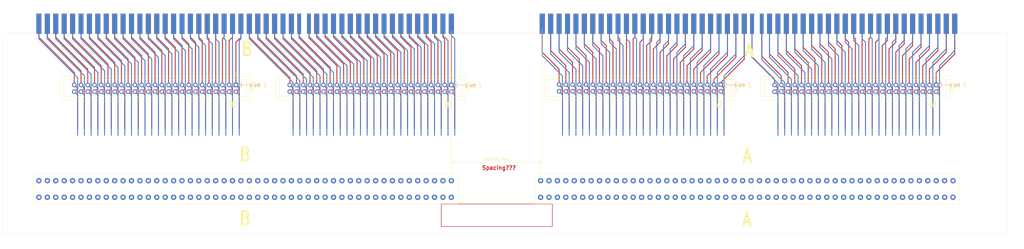
<source format=kicad_pcb>
(kicad_pcb (version 20221018) (generator pcbnew)
  (layers (0 "F.Cu" signal) (31 "B.Cu" signal) (34 "B.Paste" user) (35 "F.Paste" user) (36 "B.SilkS" user "B.Silkscreen") (37 "F.SilkS" user "F.Silkscreen") (38 "B.Mask" user) (39 "F.Mask" user) (44 "Edge.Cuts" user))
  (net 0 "")
  (net 1 "a01")
  (net 2 "a02")
  (net 3 "a03")
  (net 4 "a04")
  (net 5 "a05")
  (net 6 "a06")
  (net 7 "a07")
  (net 8 "a08")
  (net 9 "a09")
  (net 10 "a10")
  (net 11 "a11")
  (net 12 "a12")
  (net 13 "a13")
  (net 14 "a14")
  (net 15 "a15")
  (net 16 "a16")
  (net 17 "a17")
  (net 18 "a18")
  (net 19 "a19")
  (net 20 "a20")
  (net 21 "a21")
  (net 22 "a22")
  (net 23 "a23")
  (net 24 "a24")
  (net 25 "a25")
  (net 26 "a26")
  (net 27 "a27")
  (net 28 "a28")
  (net 29 "a29")
  (net 30 "a30")
  (net 31 "a31")
  (net 32 "a32")
  (net 33 "a33")
  (net 34 "a34")
  (net 35 "a35")
  (net 36 "a36")
  (net 37 "a37")
  (net 38 "a38")
  (net 39 "a39")
  (net 40 "a40")
  (net 41 "a41")
  (net 42 "a42")
  (net 43 "a43")
  (net 44 "a44")
  (net 45 "a45")
  (net 46 "a46")
  (net 47 "a47")
  (net 48 "a48")
  (net 49 "a49")
  (net 50 "a50")
  (net 51 "b01")
  (net 52 "b02")
  (net 53 "b03")
  (net 54 "b04")
  (net 55 "b05")
  (net 56 "b06")
  (net 57 "b07")
  (net 58 "b08")
  (net 59 "b09")
  (net 60 "b10")
  (net 61 "b11")
  (net 62 "b12")
  (net 63 "b13")
  (net 64 "b14")
  (net 65 "b15")
  (net 66 "b16")
  (net 67 "b17")
  (net 68 "b18")
  (net 69 "b19")
  (net 70 "b20")
  (net 71 "b21")
  (net 72 "b22")
  (net 73 "b23")
  (net 74 "b24")
  (net 75 "b25")
  (net 76 "b26")
  (net 77 "b27")
  (net 78 "b28")
  (net 79 "b29")
  (net 80 "b30")
  (net 81 "b31")
  (net 82 "b32")
  (net 83 "b33")
  (net 84 "b34")
  (net 85 "b35")
  (net 86 "b36")
  (net 87 "b37")
  (net 88 "b38")
  (net 89 "b39")
  (net 90 "b40")
  (net 91 "b41")
  (net 92 "b42")
  (net 93 "b43")
  (net 94 "b44")
  (net 95 "b45")
  (net 96 "b46")
  (net 97 "b47")
  (net 98 "b48")
  (net 99 "b49")
  (net 100 "b50")
  (net 101 "c01")
  (net 102 "c02")
  (net 103 "c03")
  (net 104 "c04")
  (net 105 "c05")
  (net 106 "c06")
  (net 107 "c07")
  (net 108 "c08")
  (net 109 "c09")
  (net 110 "c10")
  (net 111 "c11")
  (net 112 "c12")
  (net 113 "c13")
  (net 114 "c14")
  (net 115 "c15")
  (net 116 "c16")
  (net 117 "c17")
  (net 118 "c18")
  (net 119 "c19")
  (net 120 "c20")
  (net 121 "c21")
  (net 122 "c22")
  (net 123 "c23")
  (net 124 "c24")
  (net 125 "c25")
  (net 126 "c26")
  (net 127 "c27")
  (net 128 "c28")
  (net 129 "c29")
  (net 130 "c30")
  (net 131 "c31")
  (net 132 "c32")
  (net 133 "c33")
  (net 134 "c34")
  (net 135 "c35")
  (net 136 "c36")
  (net 137 "c37")
  (net 138 "c38")
  (net 139 "c39")
  (net 140 "c40")
  (net 141 "c41")
  (net 142 "c42")
  (net 143 "c43")
  (net 144 "c44")
  (net 145 "c45")
  (net 146 "c46")
  (net 147 "c47")
  (net 148 "c48")
  (net 149 "c49")
  (net 150 "c50")
  (net 151 "d01")
  (net 152 "d02")
  (net 153 "d03")
  (net 154 "d04")
  (net 155 "d05")
  (net 156 "d06")
  (net 157 "d07")
  (net 158 "d08")
  (net 159 "d09")
  (net 160 "d10")
  (net 161 "d11")
  (net 162 "d12")
  (net 163 "d13")
  (net 164 "d14")
  (net 165 "d15")
  (net 166 "d16")
  (net 167 "d17")
  (net 168 "d18")
  (net 169 "d19")
  (net 170 "d20")
  (net 171 "d21")
  (net 172 "d22")
  (net 173 "d23")
  (net 174 "d24")
  (net 175 "d25")
  (net 176 "d26")
  (net 177 "d27")
  (net 178 "d28")
  (net 179 "d29")
  (net 180 "d30")
  (net 181 "d31")
  (net 182 "d32")
  (net 183 "d33")
  (net 184 "d34")
  (net 185 "d35")
  (net 186 "d36")
  (net 187 "d37")
  (net 188 "d38")
  (net 189 "d39")
  (net 190 "d40")
  (net 191 "d41")
  (net 192 "d42")
  (net 193 "d43")
  (net 194 "d44")
  (net 195 "d45")
  (net 196 "d46")
  (net 197 "d47")
  (net 198 "d48")
  (net 199 "d49")
  (net 200 "d50")
  (footprint "Connector_IDC:IDC-Header_2x25_P2.54mm_Vertical" (layer "F.Cu") (at 114.173 54.737 -90)
    (fp_text reference "X7")
    (fp_text value "B2")
  )
  (footprint "Forgotten Machines:DG NOVA Backplane Connector - Frontside" (layer "F.Cu") (at 118.253 94.107)
    (fp_text reference "J2")
    (fp_text value "Port B")
  )
  (footprint "Connector_IDC:IDC-Header_2x25_P2.54mm_Vertical" (layer "F.Cu") (at 297.053 54.61 -90)
    (fp_text reference "X3")
    (fp_text value "A2")
  )
  (footprint "Connector_IDC:IDC-Header_2x25_P2.54mm_Vertical" (layer "F.Cu") (at 378.333 54.737 -90)
    (fp_text reference "X1")
    (fp_text value "A1")
  )
  (footprint "Forgotten Machines:DG NOVA Backplane Connector - Frontside" (layer "F.Cu") (at 307.483 94.107)
    (fp_text reference "J1")
    (fp_text value "Port A")
  )
  (footprint "local:portA_NovaMod" (layer "F.Cu") (at 385.318 31.623 180)
    (fp_text reference "J1")
    (fp_text value "portAB")
  )
  (footprint "local:portB_NovaMod" (layer "F.Cu") (at 195.453 31.623 180)
    (fp_text reference "J2")
    (fp_text value "portCD")
  )
  (footprint "Connector_IDC:IDC-Header_2x25_P2.54mm_Vertical" (layer "F.Cu") (at 195.453 54.737 -90)
    (fp_text reference "X5")
    (fp_text value "B1")
  )
  (gr_rect (start 191.643 99.742) (end 233.553 108.251) (stroke (width 0.2)) (fill none) (layer "F.Cu"))
  (gr_line (start 119.634 54.737) (end 115.57 54.737) (stroke (width 0.12)) (layer "B.SilkS"))
  (gr_line (start 115.57 54.737) (end 116.332 53.721) (stroke (width 0.12)) (layer "B.SilkS"))
  (gr_line (start 197.612 53.848) (end 197.612 55.753) (stroke (width 0.12)) (layer "B.SilkS"))
  (gr_line (start 299.085 55.753) (end 298.323 54.737) (stroke (width 0.12)) (layer "B.SilkS"))
  (gr_line (start 298.323 54.737) (end 299.085 53.721) (stroke (width 0.12)) (layer "B.SilkS"))
  (gr_line (start 302.387 54.737) (end 298.323 54.737) (stroke (width 0.12)) (layer "B.SilkS"))
  (gr_line (start 299.085 53.721) (end 299.085 55.626) (stroke (width 0.12)) (layer "B.SilkS"))
  (gr_line (start 383.54 54.737) (end 379.476 54.737) (stroke (width 0.12)) (layer "B.SilkS"))
  (gr_line (start 299.085 55.626) (end 299.085 55.753) (stroke (width 0.12)) (layer "B.SilkS"))
  (gr_line (start 116.332 55.626) (end 116.332 55.753) (stroke (width 0.12)) (layer "B.SilkS"))
  (gr_line (start 380.238 55.753) (end 379.476 54.737) (stroke (width 0.12)) (layer "B.SilkS"))
  (gr_line (start 380.238 53.721) (end 380.238 55.626) (stroke (width 0.12)) (layer "B.SilkS"))
  (gr_line (start 197.612 55.88) (end 196.85 54.864) (stroke (width 0.12)) (layer "B.SilkS"))
  (gr_line (start 197.612 55.753) (end 197.612 55.88) (stroke (width 0.12)) (layer "B.SilkS"))
  (gr_line (start 380.238 55.626) (end 380.238 55.753) (stroke (width 0.12)) (layer "B.SilkS"))
  (gr_line (start 116.332 55.753) (end 115.57 54.737) (stroke (width 0.12)) (layer "B.SilkS"))
  (gr_line (start 200.914 54.864) (end 196.85 54.864) (stroke (width 0.12)) (layer "B.SilkS"))
  (gr_line (start 116.332 53.721) (end 116.332 55.626) (stroke (width 0.12)) (layer "B.SilkS"))
  (gr_line (start 379.476 54.737) (end 380.238 53.721) (stroke (width 0.12)) (layer "B.SilkS"))
  (gr_line (start 196.85 54.864) (end 197.612 53.848) (stroke (width 0.12)) (layer "B.SilkS"))
  (gr_line (start 229.743 33.401) (end 229.743 83.058) (stroke (width 0.12)) (layer "F.SilkS"))
  (gr_line (start 201.041 54.7116) (end 197.231 54.7116) (stroke (width 0.12)) (layer "F.SilkS"))
  (gr_line (start 197.485 54.7116) (end 197.485 54.2036) (stroke (width 0.12)) (layer "F.SilkS"))
  (gr_line (start 197.485 55.4736) (end 197.485 54.7116) (stroke (width 0.12)) (layer "F.SilkS"))
  (gr_line (start 298.323 54.7116) (end 299.085 55.4736) (stroke (width 0.12)) (layer "F.SilkS"))
  (gr_line (start 380.365 53.9496) (end 379.603 54.7116) (stroke (width 0.12)) (layer "F.SilkS"))
  (gr_line (start 116.205 54.2036) (end 116.205 53.9496) (stroke (width 0.12)) (layer "F.SilkS"))
  (gr_line (start 379.603 54.7116) (end 380.365 55.4736) (stroke (width 0.12)) (layer "F.SilkS"))
  (gr_line (start 380.365 54.7116) (end 380.365 54.2036) (stroke (width 0.12)) (layer "F.SilkS"))
  (gr_line (start 380.365 55.4736) (end 380.365 54.7116) (stroke (width 0.12)) (layer "F.SilkS"))
  (gr_line (start 302.641 54.7116) (end 298.831 54.7116) (stroke (width 0.12)) (layer "F.SilkS"))
  (gr_line (start 197.231 54.7116) (end 196.723 54.7116) (stroke (width 0.12)) (layer "F.SilkS"))
  (gr_line (start 196.723 54.7116) (end 197.485 55.4736) (stroke (width 0.12)) (layer "F.SilkS"))
  (gr_line (start 299.085 53.9496) (end 298.323 54.7116) (stroke (width 0.12)) (layer "F.SilkS"))
  (gr_line (start 197.485 54.2036) (end 197.485 53.9496) (stroke (width 0.12)) (layer "F.SilkS"))
  (gr_line (start 299.085 54.7116) (end 299.085 54.2036) (stroke (width 0.12)) (layer "F.SilkS"))
  (gr_line (start 299.085 54.2036) (end 299.085 53.9496) (stroke (width 0.12)) (layer "F.SilkS"))
  (gr_line (start 380.111 54.7116) (end 379.603 54.7116) (stroke (width 0.12)) (layer "F.SilkS"))
  (gr_line (start 116.205 53.9496) (end 115.443 54.7116) (stroke (width 0.12)) (layer "F.SilkS"))
  (gr_line (start 116.205 55.4736) (end 116.205 54.7116) (stroke (width 0.12)) (layer "F.SilkS"))
  (gr_line (start 115.443 54.7116) (end 116.205 55.4736) (stroke (width 0.12)) (layer "F.SilkS"))
  (gr_line (start 119.761 54.7116) (end 115.951 54.7116) (stroke (width 0.12)) (layer "F.SilkS"))
  (gr_line (start 299.085 55.4736) (end 299.085 54.7116) (stroke (width 0.12)) (layer "F.SilkS"))
  (gr_line (start 115.951 54.7116) (end 115.443 54.7116) (stroke (width 0.12)) (layer "F.SilkS"))
  (gr_line (start 383.921 54.7116) (end 380.111 54.7116) (stroke (width 0.12)) (layer "F.SilkS"))
  (gr_line (start 116.205 54.7116) (end 116.205 54.2036) (stroke (width 0.12)) (layer "F.SilkS"))
  (gr_line (start 298.831 54.7116) (end 298.323 54.7116) (stroke (width 0.12)) (layer "F.SilkS"))
  (gr_line (start 195.453 34.29) (end 195.453 82.931) (stroke (width 0.12)) (layer "F.SilkS"))
  (gr_line (start 380.365 54.2036) (end 380.365 53.9496) (stroke (width 0.12)) (layer "F.SilkS"))
  (gr_line (start 197.485 53.9496) (end 196.723 54.7116) (stroke (width 0.12)) (layer "F.SilkS"))
  (gr_line (start 311.023 36.703) (end 310.388 36.703) (stroke (width 0.05)) (layer "Edge.Cuts"))
  (gr_arc (start 385.953 27.178) (mid 386.402013 27.363987) (end 386.588 27.813) (stroke (width 0.05)) (layer "Edge.Cuts"))
  (gr_arc (start 197.358 34.798) (mid 196.908987 34.612013) (end 196.723 34.163) (stroke (width 0.05)) (layer "Edge.Cuts"))
  (gr_arc (start 196.088 27.178) (mid 196.537013 27.363987) (end 196.723 27.813) (stroke (width 0.05)) (layer "Edge.Cuts"))
  (gr_arc (start 387.223 34.798) (mid 386.773987 34.612013) (end 386.588 34.163) (stroke (width 0.05)) (layer "Edge.Cuts"))
  (gr_line (start 405.257 110.363) (end 405.257 35.433) (stroke (width 0.05)) (layer "Edge.Cuts"))
  (gr_line (start 26.289 110.363) (end 26.289 35.433) (stroke (width 0.05)) (layer "Edge.Cuts"))
  (gr_line (start 196.723 34.163) (end 196.723 27.813) (stroke (width 0.05)) (layer "Edge.Cuts"))
  (gr_arc (start 228.473 34.163) (mid 228.287013 34.612013) (end 227.838 34.798) (stroke (width 0.05)) (layer "Edge.Cuts"))
  (gr_line (start 309.118 27.178) (end 229.108 27.178) (stroke (width 0.05)) (layer "Edge.Cuts"))
  (gr_line (start 386.588 34.163) (end 386.588 27.813) (stroke (width 0.05)) (layer "Edge.Cuts"))
  (gr_arc (start 310.388 36.703) (mid 309.938987 36.517013) (end 309.753 36.068) (stroke (width 0.05)) (layer "Edge.Cuts"))
  (gr_line (start 228.473 34.163) (end 228.473 27.813) (stroke (width 0.05)) (layer "Edge.Cuts"))
  (gr_arc (start 309.118 27.178) (mid 309.567013 27.363987) (end 309.753 27.813) (stroke (width 0.05)) (layer "Edge.Cuts"))
  (gr_arc (start 138.303 27.178) (mid 138.752013 27.363987) (end 138.938 27.813) (stroke (width 0.05)) (layer "Edge.Cuts"))
  (gr_line (start 309.753 36.068) (end 309.753 27.813) (stroke (width 0.05)) (layer "Edge.Cuts"))
  (gr_line (start 26.924 110.998) (end 404.622 110.998) (stroke (width 0.05)) (layer "Edge.Cuts"))
  (gr_arc (start 26.924 110.998) (mid 26.474987 110.812013) (end 26.289 110.363) (stroke (width 0.05)) (layer "Edge.Cuts"))
  (gr_line (start 385.953 27.178) (end 312.293 27.178) (stroke (width 0.05)) (layer "Edge.Cuts"))
  (gr_line (start 138.303 27.178) (end 39.243 27.178) (stroke (width 0.05)) (layer "Edge.Cuts"))
  (gr_line (start 37.973 34.798) (end 26.924 34.798) (stroke (width 0.05)) (layer "Edge.Cuts"))
  (gr_line (start 38.608 27.813) (end 38.608 34.163) (stroke (width 0.05)) (layer "Edge.Cuts"))
  (gr_line (start 140.843 27.813) (end 140.843 36.068) (stroke (width 0.05)) (layer "Edge.Cuts"))
  (gr_line (start 404.622 34.798) (end 387.223 34.798) (stroke (width 0.05)) (layer "Edge.Cuts"))
  (gr_arc (start 311.658 36.068) (mid 311.472013 36.517013) (end 311.023 36.703) (stroke (width 0.05)) (layer "Edge.Cuts"))
  (gr_arc (start 405.257 110.363) (mid 405.071013 110.812013) (end 404.622 110.998) (stroke (width 0.05)) (layer "Edge.Cuts"))
  (gr_line (start 138.938 36.068) (end 138.938 27.813) (stroke (width 0.05)) (layer "Edge.Cuts"))
  (gr_line (start 196.088 27.178) (end 141.478 27.178) (stroke (width 0.05)) (layer "Edge.Cuts"))
  (gr_arc (start 404.622 34.798) (mid 405.071013 34.983987) (end 405.257 35.433) (stroke (width 0.05)) (layer "Edge.Cuts"))
  (gr_line (start 311.658 27.813) (end 311.658 36.068) (stroke (width 0.05)) (layer "Edge.Cuts"))
  (gr_arc (start 140.843 27.813) (mid 141.028987 27.363987) (end 141.478 27.178) (stroke (width 0.05)) (layer "Edge.Cuts"))
  (gr_line (start 140.208 36.703) (end 139.573 36.703) (stroke (width 0.05)) (layer "Edge.Cuts"))
  (gr_arc (start 139.573 36.703) (mid 139.123987 36.517013) (end 138.938 36.068) (stroke (width 0.05)) (layer "Edge.Cuts"))
  (gr_arc (start 26.289 35.433) (mid 26.474987 34.983987) (end 26.924 34.798) (stroke (width 0.05)) (layer "Edge.Cuts"))
  (gr_arc (start 311.658 27.813) (mid 311.843987 27.363987) (end 312.293 27.178) (stroke (width 0.05)) (layer "Edge.Cuts"))
  (gr_arc (start 140.843 36.068) (mid 140.657013 36.517013) (end 140.208 36.703) (stroke (width 0.05)) (layer "Edge.Cuts"))
  (gr_line (start 197.358 34.798) (end 227.838 34.798) (stroke (width 0.05)) (layer "Edge.Cuts"))
  (gr_arc (start 38.608 27.813) (mid 38.793987 27.363987) (end 39.243 27.178) (stroke (width 0.05)) (layer "Edge.Cuts"))
  (gr_arc (start 38.608 34.163) (mid 38.422013 34.612013) (end 37.973 34.798) (stroke (width 0.05)) (layer "Edge.Cuts"))
  (gr_arc (start 228.473 27.813) (mid 228.658987 27.363987) (end 229.108 27.178) (stroke (width 0.05)) (layer "Edge.Cuts"))
  (gr_text "Spacing???\n" (at 206.883 86.915) (layer "F.Cu") (effects (font (size 1.5 1.5) (thickness 0.3) bold) (justify left bottom)))
  (gr_text "Pin 1" (at 387.477 55.499) (layer "B.SilkS") (effects (font (size 1 1) (thickness 0.2) bold) (justify left bottom mirror)))
  (gr_text "Pin 1" (at 306.324 55.499) (layer "B.SilkS") (effects (font (size 1 1) (thickness 0.2) bold) (justify left bottom mirror)))
  (gr_text "Pin 1" (at 123.571 55.499) (layer "B.SilkS") (effects (font (size 1 1) (thickness 0.2) bold) (justify left bottom mirror)))
  (gr_text "Pin 1" (at 204.851 55.626) (layer "B.SilkS") (effects (font (size 1 1) (thickness 0.2) bold) (justify left bottom mirror)))
  (gr_text "A" (at 307.086 81.581) (layer "F.SilkS") (effects (font (size 5.08 4.064) (thickness 0.762))))
  (gr_text "B2" (at 113.284 62.2046) (layer "F.SilkS") (effects (font (size 2.032 1.524) (thickness 0.254))))
  (gr_text "B1" (at 194.564 62.2046) (layer "F.SilkS") (effects (font (size 2.032 1.524) (thickness 0.254))))
  (gr_text "Pin 1" (at 305.562 54.8386) (layer "F.SilkS") (effects (font (size 2.032 1.524) (thickness 0.254))))
  (gr_text "B" (at 117.602 81.073) (layer "F.SilkS") (effects (font (size 5.08 4.064) (thickness 0.762))))
  (gr_text "A2" (at 296.164 62.2046) (layer "F.SilkS") (effects (font (size 2.032 1.524) (thickness 0.254))))
  (gr_text "Pin 1" (at 122.809 54.9656) (layer "F.SilkS") (effects (font (size 2.032 1.524) (thickness 0.254))))
  (gr_text "A1" (at 377.444 62.2046) (layer "F.SilkS") (effects (font (size 2.032 1.524) (thickness 0.254))))
  (gr_text "B" (at 117.602 105.203) (layer "F.SilkS") (effects (font (size 5.08 4.064) (thickness 0.762))))
  (gr_text "Pin 1" (at 203.962 54.991) (layer "F.SilkS") (effects (font (size 2.032 1.524) (thickness 0.254))))
  (gr_text "B" (at 118.364 41.148) (layer "F.SilkS") (effects (font (size 5.08 4.064) (thickness 0.762))))
  (gr_text "A" (at 307.848 41.656) (layer "F.SilkS") (effects (font (size 5.08 4.064) (thickness 0.762))))
  (gr_text "Pin 1" (at 386.842 54.991) (layer "F.SilkS") (effects (font (size 2.032 1.524) (thickness 0.254))))
  (gr_text "A" (at 306.959 105.711) (layer "F.SilkS") (effects (font (size 5.08 4.064) (thickness 0.762))))
  (dimension (type aligned) (layer "F.SilkS") (pts (xy 195.453 90.852) (xy 229.108 90.852)) (height -6.858) (gr_text "33.6550 mm" (at 212.2805 82.844) (layer "F.SilkS") (effects (font (size 1 1) (thickness 0.15)))) (format (prefix "") (suffix "") (units 3) (units_format 1) (precision 4)) (style (thickness 0.12) (arrow_length 1.27) (text_position_mode 0) (extension_height 0.58642) (extension_offset 0.5) keep_text_aligned))
  (segment (start 378.333 50.038) (end 378.333 54.7116) (width 0.35) (layer "F.Cu") (net 1))
  (segment (start 379.603 55.9816) (end 378.333 54.7116) (width 0.35) (layer "F.Cu") (net 1))
  (segment (start 378.333 50.038) (end 385.318 43.053) (width 0.35) (layer "F.Cu") (net 1))
  (segment (start 379.603 71.2216) (end 379.603 55.9816) (width 0.35) (layer "F.Cu") (net 1))
  (segment (start 385.318 43.053) (end 385.318 31.623) (width 0.35) (layer "F.Cu") (net 1))
  (segment (start 385.318 41.783) (end 379.603 47.498) (width 0.35) (layer "B.Cu") (net 2))
  (segment (start 379.603 56.007) (end 378.333 57.277) (width 0.35) (layer "B.Cu") (net 2))
  (segment (start 378.333 57.277) (end 379.603 58.547) (width 0.35) (layer "B.Cu") (net 2))
  (segment (start 379.603 58.547) (end 379.603 73.787) (width 0.35) (layer "B.Cu") (net 2))
  (segment (start 385.318 31.623) (end 385.318 41.783) (width 0.35) (layer "B.Cu") (net 2))
  (segment (start 379.603 47.498) (end 379.603 56.007) (width 0.35) (layer "B.Cu") (net 2))
  (segment (start 377.063 55.9816) (end 375.793 54.7116) (width 0.35) (layer "F.Cu") (net 3))
  (segment (start 377.063 71.2216) (end 377.063 55.9816) (width 0.35) (layer "F.Cu") (net 3))
  (segment (start 375.793 48.768) (end 382.143 42.418) (width 0.35) (layer "F.Cu") (net 3))
  (segment (start 382.143 42.418) (end 382.143 31.623) (width 0.35) (layer "F.Cu") (net 3))
  (segment (start 375.793 48.768) (end 375.793 54.7116) (width 0.35) (layer "F.Cu") (net 3))
  (segment (start 377.063 56.007) (end 375.793 57.277) (width 0.35) (layer "B.Cu") (net 4))
  (segment (start 377.063 46.228) (end 377.063 56.007) (width 0.35) (layer "B.Cu") (net 4))
  (segment (start 377.063 58.547) (end 377.063 73.787) (width 0.35) (layer "B.Cu") (net 4))
  (segment (start 382.143 41.148) (end 377.063 46.228) (width 0.35) (layer "B.Cu") (net 4))
  (segment (start 382.143 31.623) (end 382.143 41.148) (width 0.35) (layer "B.Cu") (net 4))
  (segment (start 375.793 57.277) (end 377.063 58.547) (width 0.35) (layer "B.Cu") (net 4))
  (segment (start 374.523 55.9816) (end 373.253 54.7116) (width 0.35) (layer "F.Cu") (net 5))
  (segment (start 373.253 47.498) (end 378.968 41.783) (width 0.35) (layer "F.Cu") (net 5))
  (segment (start 378.968 41.783) (end 378.968 31.623) (width 0.35) (layer "F.Cu") (net 5))
  (segment (start 373.253 47.498) (end 373.253 54.7116) (width 0.35) (layer "F.Cu") (net 5))
  (segment (start 374.523 71.2216) (end 374.523 55.9816) (width 0.35) (layer "F.Cu") (net 5))
  (segment (start 374.523 56.007) (end 373.253 57.277) (width 0.35) (layer "B.Cu") (net 6))
  (segment (start 373.253 57.277) (end 374.523 58.547) (width 0.35) (layer "B.Cu") (net 6))
  (segment (start 378.968 40.513) (end 374.523 44.958) (width 0.35) (layer "B.Cu") (net 6))
  (segment (start 374.523 58.547) (end 374.523 73.787) (width 0.35) (layer "B.Cu") (net 6))
  (segment (start 374.523 44.958) (end 374.523 56.007) (width 0.35) (layer "B.Cu") (net 6))
  (segment (start 378.968 31.623) (end 378.968 40.513) (width 0.35) (layer "B.Cu") (net 6))
  (segment (start 370.713 46.228) (end 375.793 41.148) (width 0.35) (layer "F.Cu") (net 7))
  (segment (start 370.713 46.228) (end 370.713 54.7116) (width 0.35) (layer "F.Cu") (net 7))
  (segment (start 371.983 55.9816) (end 371.983 71.2216) (width 0.35) (layer "F.Cu") (net 7))
  (segment (start 370.713 54.7116) (end 371.983 55.9816) (width 0.35) (layer "F.Cu") (net 7))
  (segment (start 375.793 41.148) (end 375.793 31.623) (width 0.35) (layer "F.Cu") (net 7))
  (segment (start 375.793 31.623) (end 375.793 39.878) (width 0.35) (layer "B.Cu") (net 8))
  (segment (start 371.983 56.007) (end 370.713 57.277) (width 0.35) (layer "B.Cu") (net 8))
  (segment (start 371.983 43.688) (end 371.983 56.007) (width 0.35) (layer "B.Cu") (net 8))
  (segment (start 371.983 58.547) (end 371.983 73.787) (width 0.35) (layer "B.Cu") (net 8))
  (segment (start 375.793 39.878) (end 371.983 43.688) (width 0.35) (layer "B.Cu") (net 8))
  (segment (start 370.713 57.277) (end 371.983 58.547) (width 0.35) (layer "B.Cu") (net 8))
  (segment (start 368.173 44.958) (end 372.618 40.513) (width 0.35) (layer "F.Cu") (net 9))
  (segment (start 369.443 71.2216) (end 369.443 55.9816) (width 0.35) (layer "F.Cu") (net 9))
  (segment (start 368.173 44.958) (end 368.173 54.7116) (width 0.35) (layer "F.Cu") (net 9))
  (segment (start 372.618 40.513) (end 372.618 31.623) (width 0.35) (layer "F.Cu") (net 9))
  (segment (start 369.443 55.9816) (end 368.173 54.7116) (width 0.35) (layer "F.Cu") (net 9))
  (segment (start 368.173 57.277) (end 369.443 58.547) (width 0.35) (layer "B.Cu") (net 10))
  (segment (start 372.618 39.243) (end 369.443 42.418) (width 0.35) (layer "B.Cu") (net 10))
  (segment (start 372.618 31.623) (end 372.618 39.243) (width 0.35) (layer "B.Cu") (net 10))
  (segment (start 369.443 58.547) (end 369.443 73.787) (width 0.35) (layer "B.Cu") (net 10))
  (segment (start 369.443 56.007) (end 368.173 57.277) (width 0.35) (layer "B.Cu") (net 10))
  (segment (start 369.443 42.418) (end 369.443 56.007) (width 0.35) (layer "B.Cu") (net 10))
  (segment (start 366.903 55.9816) (end 366.903 71.2216) (width 0.35) (layer "F.Cu") (net 11))
  (segment (start 365.633 43.688) (end 365.633 54.7116) (width 0.35) (layer "F.Cu") (net 11))
  (segment (start 365.633 43.688) (end 369.443 39.878) (width 0.35) (layer "F.Cu") (net 11))
  (segment (start 365.633 54.7116) (end 366.903 55.9816) (width 0.35) (layer "F.Cu") (net 11))
  (segment (start 369.443 39.878) (end 369.443 31.623) (width 0.35) (layer "F.Cu") (net 11))
  (segment (start 369.443 31.623) (end 369.443 38.608) (width 0.35) (layer "B.Cu") (net 12))
  (segment (start 366.903 41.148) (end 366.903 56.007) (width 0.35) (layer "B.Cu") (net 12))
  (segment (start 366.903 58.547) (end 366.903 73.787) (width 0.35) (layer "B.Cu") (net 12))
  (segment (start 366.903 56.007) (end 365.633 57.277) (width 0.35) (layer "B.Cu") (net 12))
  (segment (start 365.633 57.277) (end 366.903 58.547) (width 0.35) (layer "B.Cu") (net 12))
  (segment (start 369.443 38.608) (end 366.903 41.148) (width 0.35) (layer "B.Cu") (net 12))
  (segment (start 364.363 71.2216) (end 364.363 55.9816) (width 0.35) (layer "F.Cu") (net 13))
  (segment (start 363.093 42.418) (end 366.268 39.243) (width 0.35) (layer "F.Cu") (net 13))
  (segment (start 364.363 55.9816) (end 363.093 54.7116) (width 0.35) (layer "F.Cu") (net 13))
  (segment (start 366.268 39.243) (end 366.268 31.623) (width 0.35) (layer "F.Cu") (net 13))
  (segment (start 363.093 42.418) (end 363.093 54.7116) (width 0.35) (layer "F.Cu") (net 13))
  (segment (start 366.268 31.623) (end 366.268 37.973) (width 0.35) (layer "B.Cu") (net 14))
  (segment (start 364.363 39.878) (end 364.363 56.007) (width 0.35) (layer "B.Cu") (net 14))
  (segment (start 366.268 37.973) (end 364.363 39.878) (width 0.35) (layer "B.Cu") (net 14))
  (segment (start 364.363 58.547) (end 364.363 73.787) (width 0.35) (layer "B.Cu") (net 14))
  (segment (start 363.093 57.277) (end 364.363 58.547) (width 0.35) (layer "B.Cu") (net 14))
  (segment (start 364.363 56.007) (end 363.093 57.277) (width 0.35) (layer "B.Cu") (net 14))
  (segment (start 360.553 41.148) (end 363.093 38.608) (width 0.35) (layer "F.Cu") (net 15))
  (segment (start 361.823 55.9816) (end 361.823 71.2216) (width 0.35) (layer "F.Cu") (net 15))
  (segment (start 360.553 54.7116) (end 361.823 55.9816) (width 0.35) (layer "F.Cu") (net 15))
  (segment (start 360.553 41.148) (end 360.553 54.7116) (width 0.35) (layer "F.Cu") (net 15))
  (segment (start 363.093 38.608) (end 363.093 31.623) (width 0.35) (layer "F.Cu") (net 15))
  (segment (start 361.823 56.007) (end 360.553 57.277) (width 0.35) (layer "B.Cu") (net 16))
  (segment (start 363.093 37.338) (end 361.823 38.608) (width 0.35) (layer "B.Cu") (net 16))
  (segment (start 360.553 57.277) (end 361.823 58.547) (width 0.35) (layer "B.Cu") (net 16))
  (segment (start 361.823 58.547) (end 361.823 73.787) (width 0.35) (layer "B.Cu") (net 16))
  (segment (start 361.823 38.608) (end 361.823 56.007) (width 0.35) (layer "B.Cu") (net 16))
  (segment (start 363.093 31.623) (end 363.093 37.338) (width 0.35) (layer "B.Cu") (net 16))
  (segment (start 358.013 39.878) (end 359.918 37.973) (width 0.35) (layer "F.Cu") (net 17))
  (segment (start 358.013 39.878) (end 358.013 54.7116) (width 0.35) (layer "F.Cu") (net 17))
  (segment (start 359.283 71.2216) (end 359.283 55.9816) (width 0.35) (layer "F.Cu") (net 17))
  (segment (start 359.918 37.973) (end 359.918 31.623) (width 0.35) (layer "F.Cu") (net 17))
  (segment (start 359.283 55.9816) (end 358.013 54.7116) (width 0.35) (layer "F.Cu") (net 17))
  (segment (start 359.918 31.623) (end 359.918 36.703) (width 0.35) (layer "B.Cu") (net 18))
  (segment (start 359.283 58.547) (end 359.283 73.787) (width 0.35) (layer "B.Cu") (net 18))
  (segment (start 358.013 57.277) (end 359.283 58.547) (width 0.35) (layer "B.Cu") (net 18))
  (segment (start 359.918 36.703) (end 359.283 37.338) (width 0.35) (layer "B.Cu") (net 18))
  (segment (start 359.283 56.007) (end 358.013 57.277) (width 0.35) (layer "B.Cu") (net 18))
  (segment (start 359.283 37.338) (end 359.283 56.007) (width 0.35) (layer "B.Cu") (net 18))
  (segment (start 355.473 54.7116) (end 356.743 55.9816) (width 0.35) (layer "F.Cu") (net 19))
  (segment (start 356.743 37.338) (end 356.743 31.623) (width 0.35) (layer "F.Cu") (net 19))
  (segment (start 355.473 38.608) (end 356.743 37.338) (width 0.35) (layer "F.Cu") (net 19))
  (segment (start 356.743 55.9816) (end 356.743 71.2216) (width 0.35) (layer "F.Cu") (net 19))
  (segment (start 355.473 38.608) (end 355.473 54.7116) (width 0.35) (layer "F.Cu") (net 19))
  (segment (start 356.743 56.007) (end 356.743 31.623) (width 0.35) (layer "B.Cu") (net 20))
  (segment (start 356.743 73.787) (end 356.743 58.547) (width 0.35) (layer "B.Cu") (net 20))
  (segment (start 356.743 58.547) (end 355.473 57.277) (width 0.35) (layer "B.Cu") (net 20))
  (segment (start 355.473 57.277) (end 356.743 56.007) (width 0.35) (layer "B.Cu") (net 20))
  (segment (start 354.203 55.9816) (end 352.933 54.7116) (width 0.35) (layer "F.Cu") (net 21))
  (segment (start 352.933 37.338) (end 353.568 36.703) (width 0.35) (layer "F.Cu") (net 21))
  (segment (start 354.203 71.2216) (end 354.203 55.9816) (width 0.35) (layer "F.Cu") (net 21))
  (segment (start 353.568 36.703) (end 353.568 31.623) (width 0.35) (layer "F.Cu") (net 21))
  (segment (start 352.933 37.338) (end 352.933 54.7116) (width 0.35) (layer "F.Cu") (net 21))
  (segment (start 354.203 58.547) (end 354.203 73.787) (width 0.35) (layer "B.Cu") (net 22))
  (segment (start 352.933 57.277) (end 354.203 58.547) (width 0.35) (layer "B.Cu") (net 22))
  (segment (start 353.568 31.623) (end 353.568 36.703) (width 0.35) (layer "B.Cu") (net 22))
  (segment (start 354.203 56.007) (end 352.933 57.277) (width 0.35) (layer "B.Cu") (net 22))
  (segment (start 353.568 36.703) (end 354.203 37.338) (width 0.35) (layer "B.Cu") (net 22))
  (segment (start 354.203 37.338) (end 354.203 56.007) (width 0.35) (layer "B.Cu") (net 22))
  (segment (start 351.663 55.9816) (end 351.663 71.2216) (width 0.35) (layer "F.Cu") (net 23))
  (segment (start 350.393 54.7116) (end 350.393 31.623) (width 0.35) (layer "F.Cu") (net 23))
  (segment (start 350.393 54.7116) (end 351.663 55.9816) (width 0.35) (layer "F.Cu") (net 23))
  (segment (start 350.393 37.338) (end 351.663 38.608) (width 0.35) (layer "B.Cu") (net 24))
  (segment (start 350.393 57.277) (end 351.663 58.547) (width 0.35) (layer "B.Cu") (net 24))
  (segment (start 351.663 38.608) (end 351.663 56.007) (width 0.35) (layer "B.Cu") (net 24))
  (segment (start 351.663 56.007) (end 350.393 57.277) (width 0.35) (layer "B.Cu") (net 24))
  (segment (start 351.663 58.547) (end 351.663 73.787) (width 0.35) (layer "B.Cu") (net 24))
  (segment (start 350.393 31.623) (end 350.393 37.338) (width 0.35) (layer "B.Cu") (net 24))
  (segment (start 347.853 37.338) (end 347.853 54.7116) (width 0.35) (layer "F.Cu") (net 25))
  (segment (start 349.123 71.2216) (end 349.123 55.9816) (width 0.35) (layer "F.Cu") (net 25))
  (segment (start 347.853 37.338) (end 347.218 36.703) (width 0.35) (layer "F.Cu") (net 25))
  (segment (start 347.218 36.703) (end 347.218 31.623) (width 0.35) (layer "F.Cu") (net 25))
  (segment (start 349.123 55.9816) (end 347.853 54.7116) (width 0.35) (layer "F.Cu") (net 25))
  (segment (start 347.218 31.623) (end 347.218 37.973) (width 0.35) (layer "B.Cu") (net 26))
  (segment (start 349.123 56.007) (end 347.853 57.277) (width 0.35) (layer "B.Cu") (net 26))
  (segment (start 349.123 39.878) (end 349.123 56.007) (width 0.35) (layer "B.Cu") (net 26))
  (segment (start 347.853 57.277) (end 349.123 58.547) (width 0.35) (layer "B.Cu") (net 26))
  (segment (start 349.123 58.547) (end 349.123 73.787) (width 0.35) (layer "B.Cu") (net 26))
  (segment (start 347.218 37.973) (end 349.123 39.878) (width 0.35) (layer "B.Cu") (net 26))
  (segment (start 345.313 38.608) (end 345.313 54.7116) (width 0.35) (layer "F.Cu") (net 27))
  (segment (start 345.313 38.608) (end 344.043 37.338) (width 0.35) (layer "F.Cu") (net 27))
  (segment (start 344.043 37.338) (end 344.043 31.623) (width 0.35) (layer "F.Cu") (net 27))
  (segment (start 346.583 71.2216) (end 346.583 55.9816) (width 0.35) (layer "F.Cu") (net 27))
  (segment (start 346.583 55.9816) (end 345.313 54.7116) (width 0.35) (layer "F.Cu") (net 27))
  (segment (start 346.583 73.787) (end 346.583 58.547) (width 0.35) (layer "B.Cu") (net 28))
  (segment (start 346.583 58.547) (end 345.313 57.277) (width 0.35) (layer "B.Cu") (net 28))
  (segment (start 346.583 41.148) (end 344.043 38.608) (width 0.35) (layer "B.Cu") (net 28))
  (segment (start 344.043 38.608) (end 344.043 31.623) (width 0.35) (layer "B.Cu") (net 28))
  (segment (start 346.583 41.148) (end 346.583 56.007) (width 0.35) (layer "B.Cu") (net 28))
  (segment (start 345.313 57.277) (end 346.583 56.007) (width 0.35) (layer "B.Cu") (net 28))
  (segment (start 340.868 37.973) (end 340.868 31.623) (width 0.35) (layer "F.Cu") (net 29))
  (segment (start 344.043 55.9816) (end 342.773 54.7116) (width 0.35) (layer "F.Cu") (net 29))
  (segment (start 344.043 71.2216) (end 344.043 55.9816) (width 0.35) (layer "F.Cu") (net 29))
  (segment (start 342.773 39.878) (end 342.773 54.7116) (width 0.35) (layer "F.Cu") (net 29))
  (segment (start 342.773 39.878) (end 340.868 37.973) (width 0.35) (layer "F.Cu") (net 29))
  (segment (start 344.043 42.418) (end 344.043 56.007) (width 0.35) (layer "B.Cu") (net 30))
  (segment (start 342.773 57.277) (end 344.043 56.007) (width 0.35) (layer "B.Cu") (net 30))
  (segment (start 344.043 42.418) (end 340.868 39.243) (width 0.35) (layer "B.Cu") (net 30))
  (segment (start 344.043 58.547) (end 342.773 57.277) (width 0.35) (layer "B.Cu") (net 30))
  (segment (start 344.043 73.787) (end 344.043 58.547) (width 0.35) (layer "B.Cu") (net 30))
  (segment (start 340.868 39.243) (end 340.868 31.623) (width 0.35) (layer "B.Cu") (net 30))
  (segment (start 337.693 38.608) (end 337.693 31.623) (width 0.35) (layer "F.Cu") (net 31))
  (segment (start 340.233 41.148) (end 337.693 38.608) (width 0.35) (layer "F.Cu") (net 31))
  (segment (start 340.233 41.148) (end 340.233 54.7116) (width 0.35) (layer "F.Cu") (net 31))
  (segment (start 341.503 71.2216) (end 341.503 55.9816) (width 0.35) (layer "F.Cu") (net 31))
  (segment (start 341.503 55.9816) (end 340.233 54.7116) (width 0.35) (layer "F.Cu") (net 31))
  (segment (start 341.503 43.688) (end 341.503 56.007) (width 0.35) (layer "B.Cu") (net 32))
  (segment (start 341.503 43.688) (end 337.693 39.878) (width 0.35) (layer "B.Cu") (net 32))
  (segment (start 337.693 39.878) (end 337.693 31.623) (width 0.35) (layer "B.Cu") (net 32))
  (segment (start 341.503 58.547) (end 340.233 57.277) (width 0.35) (layer "B.Cu") (net 32))
  (segment (start 341.503 73.787) (end 341.503 58.547) (width 0.35) (layer "B.Cu") (net 32))
  (segment (start 340.233 57.277) (end 341.503 56.007) (width 0.35) (layer "B.Cu") (net 32))
  (segment (start 337.693 42.418) (end 334.518 39.243) (width 0.35) (layer "F.Cu") (net 33))
  (segment (start 337.693 42.418) (end 337.693 54.7116) (width 0.35) (layer "F.Cu") (net 33))
  (segment (start 334.518 39.243) (end 334.518 31.623) (width 0.35) (layer "F.Cu") (net 33))
  (segment (start 338.963 71.2216) (end 338.963 55.9816) (width 0.35) (layer "F.Cu") (net 33))
  (segment (start 338.963 55.9816) (end 337.693 54.7116) (width 0.35) (layer "F.Cu") (net 33))
  (segment (start 338.963 58.547) (end 337.693 57.277) (width 0.35) (layer "B.Cu") (net 34))
  (segment (start 334.518 40.513) (end 334.518 31.623) (width 0.35) (layer "B.Cu") (net 34))
  (segment (start 337.693 57.277) (end 338.963 56.007) (width 0.35) (layer "B.Cu") (net 34))
  (segment (start 338.963 73.787) (end 338.963 58.547) (width 0.35) (layer "B.Cu") (net 34))
  (segment (start 338.963 44.958) (end 334.518 40.513) (width 0.35) (layer "B.Cu") (net 34))
  (segment (start 338.963 56.007) (end 338.963 44.958) (width 0.35) (layer "B.Cu") (net 34))
  (segment (start 331.343 39.878) (end 331.343 31.623) (width 0.35) (layer "F.Cu") (net 35))
  (segment (start 335.153 43.688) (end 331.343 39.878) (width 0.35) (layer "F.Cu") (net 35))
  (segment (start 335.153 43.688) (end 335.153 54.7116) (width 0.35) (layer "F.Cu") (net 35))
  (segment (start 336.423 55.9816) (end 335.153 54.7116) (width 0.35) (layer "F.Cu") (net 35))
  (segment (start 336.423 71.2216) (end 336.423 55.9816) (width 0.35) (layer "F.Cu") (net 35))
  (segment (start 336.423 58.547) (end 335.153 57.277) (width 0.35) (layer "B.Cu") (net 36))
  (segment (start 331.343 41.148) (end 331.343 31.623) (width 0.35) (layer "B.Cu") (net 36))
  (segment (start 336.423 46.228) (end 331.343 41.148) (width 0.35) (layer "B.Cu") (net 36))
  (segment (start 336.423 56.007) (end 336.423 46.228) (width 0.35) (layer "B.Cu") (net 36))
  (segment (start 335.153 57.277) (end 336.423 56.007) (width 0.35) (layer "B.Cu") (net 36))
  (segment (start 336.423 73.787) (end 336.423 58.547) (width 0.35) (layer "B.Cu") (net 36))
  (segment (start 333.883 71.2216) (end 333.883 55.9816) (width 0.35) (layer "F.Cu") (net 37))
  (segment (start 328.168 40.513) (end 328.168 31.623) (width 0.35) (layer "F.Cu") (net 37))
  (segment (start 332.613 44.958) (end 332.613 54.7116) (width 0.35) (layer "F.Cu") (net 37))
  (segment (start 332.613 44.958) (end 328.168 40.513) (width 0.35) (layer "F.Cu") (net 37))
  (segment (start 333.883 55.9816) (end 332.613 54.7116) (width 0.35) (layer "F.Cu") (net 37))
  (segment (start 328.168 31.623) (end 328.168 41.783) (width 0.35) (layer "B.Cu") (net 38))
  (segment (start 333.883 47.498) (end 333.883 56.007) (width 0.35) (layer "B.Cu") (net 38))
  (segment (start 333.883 56.007) (end 332.613 57.277) (width 0.35) (layer "B.Cu") (net 38))
  (segment (start 328.168 41.783) (end 333.883 47.498) (width 0.35) (layer "B.Cu") (net 38))
  (segment (start 333.883 58.547) (end 333.883 73.787) (width 0.35) (layer "B.Cu") (net 38))
  (segment (start 332.613 57.277) (end 333.883 58.547) (width 0.35) (layer "B.Cu") (net 38))
  (segment (start 324.993 41.148) (end 324.993 31.623) (width 0.35) (layer "F.Cu") (net 39))
  (segment (start 331.343 55.9816) (end 330.073 54.7116) (width 0.35) (layer "F.Cu") (net 39))
  (segment (start 331.343 71.2216) (end 331.343 55.9816) (width 0.35) (layer "F.Cu") (net 39))
  (segment (start 330.073 46.228) (end 330.073 54.7116) (width 0.35) (layer "F.Cu") (net 39))
  (segment (start 330.073 46.228) (end 324.993 41.148) (width 0.35) (layer "F.Cu") (net 39))
  (segment (start 331.343 48.768) (end 331.343 56.007) (width 0.35) (layer "B.Cu") (net 40))
  (segment (start 324.993 42.418) (end 331.343 48.768) (width 0.35) (layer "B.Cu") (net 40))
  (segment (start 324.993 31.623) (end 324.993 42.418) (width 0.35) (layer "B.Cu") (net 40))
  (segment (start 331.343 56.007) (end 330.073 57.277) (width 0.35) (layer "B.Cu") (net 40))
  (segment (start 331.343 58.547) (end 331.343 73.787) (width 0.35) (layer "B.Cu") (net 40))
  (segment (start 330.073 57.277) (end 331.343 58.547) (width 0.35) (layer "B.Cu") (net 40))
  (segment (start 321.818 41.783) (end 321.818 31.623) (width 0.35) (layer "F.Cu") (net 41))
  (segment (start 327.533 47.498) (end 321.818 41.783) (width 0.35) (layer "F.Cu") (net 41))
  (segment (start 327.533 47.498) (end 327.533 54.7116) (width 0.35) (layer "F.Cu") (net 41))
  (segment (start 328.803 55.9816) (end 327.533 54.7116) (width 0.35) (layer "F.Cu") (net 41))
  (segment (start 328.803 71.2216) (end 328.803 55.9816) (width 0.35) (layer "F.Cu") (net 41))
  (segment (start 321.818 43.053) (end 328.803 50.038) (width 0.35) (layer "B.Cu") (net 42))
  (segment (start 328.803 56.007) (end 327.533 57.277) (width 0.35) (layer "B.Cu") (net 42))
  (segment (start 328.803 50.038) (end 328.803 56.007) (width 0.35) (layer "B.Cu") (net 42))
  (segment (start 321.818 31.623) (end 321.818 43.053) (width 0.35) (layer "B.Cu") (net 42))
  (segment (start 327.533 57.277) (end 328.803 58.547) (width 0.35) (layer "B.Cu") (net 42))
  (segment (start 328.803 58.547) (end 328.803 73.787) (width 0.35) (layer "B.Cu") (net 42))
  (segment (start 318.643 42.418) (end 318.643 31.623) (width 0.35) (layer "F.Cu") (net 43))
  (segment (start 326.263 55.9816) (end 324.993 54.7116) (width 0.35) (layer "F.Cu") (net 43))
  (segment (start 324.993 48.768) (end 324.993 54.7116) (width 0.35) (layer "F.Cu") (net 43))
  (segment (start 324.993 48.768) (end 318.643 42.418) (width 0.35) (layer "F.Cu") (net 43))
  (segment (start 326.263 71.2216) (end 326.263 55.9816) (width 0.35) (layer "F.Cu") (net 43))
  (segment (start 326.263 56.007) (end 326.263 51.308) (width 0.35) (layer "B.Cu") (net 44))
  (segment (start 318.643 43.688) (end 318.643 31.623) (width 0.35) (layer "B.Cu") (net 44))
  (segment (start 326.263 58.547) (end 324.993 57.277) (width 0.35) (layer "B.Cu") (net 44))
  (segment (start 326.263 73.787) (end 326.263 58.547) (width 0.35) (layer "B.Cu") (net 44))
  (segment (start 324.993 57.277) (end 326.263 56.007) (width 0.35) (layer "B.Cu") (net 44))
  (segment (start 326.263 51.308) (end 318.643 43.688) (width 0.35) (layer "B.Cu") (net 44))
  (segment (start 315.468 43.053) (end 315.468 31.623) (width 0.35) (layer "F.Cu") (net 45))
  (segment (start 322.453 50.038) (end 315.468 43.053) (width 0.35) (layer "F.Cu") (net 45))
  (segment (start 323.723 55.9816) (end 322.453 54.7116) (width 0.35) (layer "F.Cu") (net 45))
  (segment (start 323.723 71.2216) (end 323.723 55.9816) (width 0.35) (layer "F.Cu") (net 45))
  (segment (start 322.453 50.038) (end 322.453 54.7116) (width 0.35) (layer "F.Cu") (net 45))
  (segment (start 323.723 52.578) (end 323.723 56.007) (width 0.35) (layer "B.Cu") (net 46))
  (segment (start 322.453 57.277) (end 323.723 56.007) (width 0.35) (layer "B.Cu") (net 46))
  (segment (start 315.468 44.323) (end 315.468 31.623) (width 0.35) (layer "B.Cu") (net 46))
  (segment (start 323.723 73.787) (end 323.723 58.547) (width 0.35) (layer "B.Cu") (net 46))
  (segment (start 323.723 52.578) (end 315.468 44.323) (width 0.35) (layer "B.Cu") (net 46))
  (segment (start 323.723 58.547) (end 322.453 57.277) (width 0.35) (layer "B.Cu") (net 46))
  (segment (start 319.913 51.308) (end 319.913 54.7116) (width 0.35) (layer "F.Cu") (net 47))
  (segment (start 321.183 71.2216) (end 321.183 55.9816) (width 0.35) (layer "F.Cu") (net 47))
  (segment (start 321.183 55.9816) (end 319.913 54.7116) (width 0.35) (layer "F.Cu") (net 47))
  (segment (start 312.547 43.942) (end 312.547 31.623) (width 0.35) (layer "F.Cu") (net 47))
  (segment (start 319.913 51.308) (end 312.547 43.942) (width 0.35) (layer "F.Cu") (net 47))
  (segment (start 321.183 58.547) (end 319.913 57.277) (width 0.35) (layer "B.Cu") (net 48))
  (segment (start 319.913 57.277) (end 321.183 56.007) (width 0.35) (layer "B.Cu") (net 48))
  (segment (start 321.183 53.848) (end 321.183 56.007) (width 0.35) (layer "B.Cu") (net 48))
  (segment (start 312.547 45.212) (end 312.547 31.623) (width 0.35) (layer "B.Cu") (net 48))
  (segment (start 321.183 73.787) (end 321.183 58.547) (width 0.35) (layer "B.Cu") (net 48))
  (segment (start 321.183 53.848) (end 312.547 45.212) (width 0.35) (layer "B.Cu") (net 48))
  (segment (start 317.373 52.578) (end 308.864 44.069) (width 0.35) (layer "F.Cu") (net 49))
  (segment (start 318.643 55.9816) (end 317.373 54.7116) (width 0.35) (layer "F.Cu") (net 49))
  (segment (start 317.373 52.578) (end 317.373 54.7116) (width 0.35) (layer "F.Cu") (net 49))
  (segment (start 318.643 71.2216) (end 318.643 55.9816) (width 0.35) (layer "F.Cu") (net 49))
  (segment (start 308.864 44.069) (end 308.864 31.623) (width 0.35) (layer "F.Cu") (net 49))
  (segment (start 318.643 54.102) (end 308.864 44.323) (width 0.35) (layer "B.Cu") (net 50))
  (segment (start 318.643 58.547) (end 317.373 57.277) (width 0.35) (layer "B.Cu") (net 50))
  (segment (start 318.643 73.787) (end 318.643 58.547) (width 0.35) (layer "B.Cu") (net 50))
  (segment (start 308.864 44.323) (end 308.864 31.623) (width 0.35) (layer "B.Cu") (net 50))
  (segment (start 318.643 56.007) (end 318.643 54.102) (width 0.35) (layer "B.Cu") (net 50))
  (segment (start 317.373 57.277) (end 318.643 56.007) (width 0.35) (layer "B.Cu") (net 50))
  (segment (start 298.323 55.9816) (end 297.053 54.7116) (width 0.35) (layer "F.Cu") (net 51))
  (segment (start 298.323 71.2216) (end 298.323 55.9816) (width 0.35) (layer "F.Cu") (net 51))
  (segment (start 297.053 54.7116) (end 297.053 53.848) (width 0.35) (layer "F.Cu") (net 51))
  (segment (start 297.053 53.848) (end 305.943 44.958) (width 0.35) (layer "F.Cu") (net 51))
  (segment (start 305.943 44.958) (end 305.943 31.623) (width 0.35) (layer "F.Cu") (net 51))
  (segment (start 305.943 43.688) (end 298.323 51.308) (width 0.35) (layer "B.Cu") (net 52))
  (segment (start 297.053 57.277) (end 298.323 58.547) (width 0.35) (layer "B.Cu") (net 52))
  (segment (start 298.323 51.308) (end 298.323 56.007) (width 0.35) (layer "B.Cu") (net 52))
  (segment (start 305.943 31.623) (end 305.943 43.688) (width 0.35) (layer "B.Cu") (net 52))
  (segment (start 298.323 58.547) (end 298.323 73.787) (width 0.35) (layer "B.Cu") (net 52))
  (segment (start 298.323 56.007) (end 297.053 57.277) (width 0.35) (layer "B.Cu") (net 52))
  (segment (start 302.768 44.323) (end 302.768 31.623) (width 0.35) (layer "F.Cu") (net 53))
  (segment (start 294.513 52.578) (end 302.768 44.323) (width 0.35) (layer "F.Cu") (net 53))
  (segment (start 295.783 71.2216) (end 295.783 55.9816) (width 0.35) (layer "F.Cu") (net 53))
  (segment (start 295.783 55.9816) (end 294.513 54.7116) (width 0.35) (layer "F.Cu") (net 53))
  (segment (start 294.513 52.578) (end 294.513 54.7116) (width 0.35) (layer "F.Cu") (net 53))
  (segment (start 302.768 43.053) (end 295.783 50.038) (width 0.35) (layer "B.Cu") (net 54))
  (segment (start 295.783 50.038) (end 295.783 56.007) (width 0.35) (layer "B.Cu") (net 54))
  (segment (start 302.768 31.623) (end 302.768 43.053) (width 0.35) (layer "B.Cu") (net 54))
  (segment (start 295.783 56.007) (end 294.513 57.277) (width 0.35) (layer "B.Cu") (net 54))
  (segment (start 295.783 58.547) (end 295.783 73.787) (width 0.35) (layer "B.Cu") (net 54))
  (segment (start 294.513 57.277) (end 295.783 58.547) (width 0.35) (layer "B.Cu") (net 54))
  (segment (start 291.973 51.308) (end 299.593 43.688) (width 0.35) (layer "F.Cu") (net 55))
  (segment (start 291.973 51.308) (end 291.973 54.7116) (width 0.35) (layer "F.Cu") (net 55))
  (segment (start 293.243 71.2216) (end 293.243 55.9816) (width 0.35) (layer "F.Cu") (net 55))
  (segment (start 299.593 43.688) (end 299.593 31.623) (width 0.35) (layer "F.Cu") (net 55))
  (segment (start 293.243 55.9816) (end 291.973 54.7116) (width 0.35) (layer "F.Cu") (net 55))
  (segment (start 293.243 56.007) (end 291.973 57.277) (width 0.35) (layer "B.Cu") (net 56))
  (segment (start 293.243 58.547) (end 293.243 73.787) (width 0.35) (layer "B.Cu") (net 56))
  (segment (start 293.243 48.768) (end 293.243 56.007) (width 0.35) (layer "B.Cu") (net 56))
  (segment (start 299.593 31.623) (end 299.593 42.418) (width 0.35) (layer "B.Cu") (net 56))
  (segment (start 291.973 57.277) (end 293.243 58.547) (width 0.35) (layer "B.Cu") (net 56))
  (segment (start 299.593 42.418) (end 293.243 48.768) (width 0.35) (layer "B.Cu") (net 56))
  (segment (start 289.433 54.7116) (end 290.703 55.9816) (width 0.35) (layer "F.Cu") (net 57))
  (segment (start 289.433 50.038) (end 289.433 54.7116) (width 0.35) (layer "F.Cu") (net 57))
  (segment (start 289.433 50.038) (end 296.418 43.053) (width 0.35) (layer "F.Cu") (net 57))
  (segment (start 290.703 55.9816) (end 290.703 71.2216) (width 0.35) (layer "F.Cu") (net 57))
  (segment (start 296.418 43.053) (end 296.418 31.623) (width 0.35) (layer "F.Cu") (net 57))
  (segment (start 290.703 73.787) (end 290.703 58.547) (width 0.35) (layer "B.Cu") (net 58))
  (segment (start 290.703 58.547) (end 289.433 57.277) (width 0.35) (layer "B.Cu") (net 58))
  (segment (start 289.433 57.277) (end 290.703 56.007) (width 0.35) (layer "B.Cu") (net 58))
  (segment (start 290.703 47.498) (end 296.418 41.783) (width 0.35) (layer "B.Cu") (net 58))
  (segment (start 296.418 41.783) (end 296.418 31.623) (width 0.35) (layer "B.Cu") (net 58))
  (segment (start 290.703 47.498) (end 290.703 56.007) (width 0.35) (layer "B.Cu") (net 58))
  (segment (start 288.163 71.2216) (end 288.163 55.9816) (width 0.35) (layer "F.Cu") (net 59))
  (segment (start 293.243 42.418) (end 293.243 31.623) (width 0.35) (layer "F.Cu") (net 59))
  (segment (start 286.893 48.768) (end 286.893 54.7116) (width 0.35) (layer "F.Cu") (net 59))
  (segment (start 286.893 48.768) (end 293.243 42.418) (width 0.35) (layer "F.Cu") (net 59))
  (segment (start 288.163 55.9816) (end 286.893 54.7116) (width 0.35) (layer "F.Cu") (net 59))
  (segment (start 288.163 58.547) (end 288.163 73.787) (width 0.35) (layer "B.Cu") (net 60))
  (segment (start 293.243 31.623) (end 293.243 41.148) (width 0.35) (layer "B.Cu") (net 60))
  (segment (start 288.163 46.228) (end 288.163 56.007) (width 0.35) (layer "B.Cu") (net 60))
  (segment (start 293.243 41.148) (end 288.163 46.228) (width 0.35) (layer "B.Cu") (net 60))
  (segment (start 288.163 56.007) (end 286.893 57.277) (width 0.35) (layer "B.Cu") (net 60))
  (segment (start 286.893 57.277) (end 288.163 58.547) (width 0.35) (layer "B.Cu") (net 60))
  (segment (start 290.068 41.783) (end 290.068 31.623) (width 0.35) (layer "F.Cu") (net 61))
  (segment (start 284.353 47.498) (end 284.353 54.7116) (width 0.35) (layer "F.Cu") (net 61))
  (segment (start 285.623 55.9816) (end 285.623 71.2216) (width 0.35) (layer "F.Cu") (net 61))
  (segment (start 284.353 54.7116) (end 285.623 55.9816) (width 0.35) (layer "F.Cu") (net 61))
  (segment (start 284.353 47.498) (end 290.068 41.783) (width 0.35) (layer "F.Cu") (net 61))
  (segment (start 285.623 56.007) (end 284.353 57.277) (width 0.35) (layer "B.Cu") (net 62))
  (segment (start 285.623 58.547) (end 285.623 73.787) (width 0.35) (layer "B.Cu") (net 62))
  (segment (start 290.068 40.513) (end 285.623 44.958) (width 0.35) (layer "B.Cu") (net 62))
  (segment (start 285.623 44.958) (end 285.623 56.007) (width 0.35) (layer "B.Cu") (net 62))
  (segment (start 284.353 57.277) (end 285.623 58.547) (width 0.35) (layer "B.Cu") (net 62))
  (segment (start 290.068 31.623) (end 290.068 40.513) (width 0.35) (layer "B.Cu") (net 62))
  (segment (start 286.893 41.148) (end 286.893 31.623) (width 0.35) (layer "F.Cu") (net 63))
  (segment (start 281.813 46.228) (end 281.813 54.7116) (width 0.35) (layer "F.Cu") (net 63))
  (segment (start 283.083 71.2216) (end 283.083 55.9816) (width 0.35) (layer "F.Cu") (net 63))
  (segment (start 281.813 46.228) (end 286.893 41.148) (width 0.35) (layer "F.Cu") (net 63))
  (segment (start 283.083 55.9816) (end 281.813 54.7116) (width 0.35) (layer "F.Cu") (net 63))
  (segment (start 283.083 58.547) (end 283.083 73.787) (width 0.35) (layer "B.Cu") (net 64))
  (segment (start 286.893 31.623) (end 286.893 39.878) (width 0.35) (layer "B.Cu") (net 64))
  (segment (start 283.083 56.007) (end 281.813 57.277) (width 0.35) (layer "B.Cu") (net 64))
  (segment (start 283.083 43.688) (end 283.083 56.007) (width 0.35) (layer "B.Cu") (net 64))
  (segment (start 286.893 39.878) (end 283.083 43.688) (width 0.35) (layer "B.Cu") (net 64))
  (segment (start 281.813 57.277) (end 283.083 58.547) (width 0.35) (layer "B.Cu") (net 64))
  (segment (start 279.273 44.958) (end 283.718 40.513) (width 0.35) (layer "F.Cu") (net 65))
  (segment (start 279.273 44.958) (end 279.273 54.7116) (width 0.35) (layer "F.Cu") (net 65))
  (segment (start 279.273 54.7116) (end 280.543 55.9816) (width 0.35) (layer "F.Cu") (net 65))
  (segment (start 283.718 40.513) (end 283.718 31.623) (width 0.35) (layer "F.Cu") (net 65))
  (segment (start 280.543 55.9816) (end 280.543 71.2216) (width 0.35) (layer "F.Cu") (net 65))
  (segment (start 280.543 56.007) (end 279.273 57.277) (width 0.35) (layer "B.Cu") (net 66))
  (segment (start 280.543 58.547) (end 280.543 73.787) (width 0.35) (layer "B.Cu") (net 66))
  (segment (start 283.718 31.623) (end 283.718 39.243) (width 0.35) (layer "B.Cu") (net 66))
  (segment (start 280.543 42.418) (end 280.543 56.007) (width 0.35) (layer "B.Cu") (net 66))
  (segment (start 279.273 57.277) (end 280.543 58.547) (width 0.35) (layer "B.Cu") (net 66))
  (segment (start 283.718 39.243) (end 280.543 42.418) (width 0.35) (layer "B.Cu") (net 66))
  (segment (start 280.543 39.878) (end 280.543 31.623) (width 0.35) (layer "F.Cu") (net 67))
  (segment (start 276.733 43.688) (end 276.733 54.7116) (width 0.35) (layer "F.Cu") (net 67))
  (segment (start 278.003 55.9816) (end 276.733 54.7116) (width 0.35) (layer "F.Cu") (net 67))
  (segment (start 276.733 43.688) (end 280.543 39.878) (width 0.35) (layer "F.Cu") (net 67))
  (segment (start 278.003 71.2216) (end 278.003 55.9816) (width 0.35) (layer "F.Cu") (net 67))
  (segment (start 278.003 56.007) (end 276.733 57.277) (width 0.35) (layer "B.Cu") (net 68))
  (segment (start 280.543 31.623) (end 280.543 38.608) (width 0.35) (layer "B.Cu") (net 68))
  (segment (start 280.543 38.608) (end 278.003 41.148) (width 0.35) (layer "B.Cu") (net 68))
  (segment (start 276.733 57.277) (end 278.003 58.547) (width 0.35) (layer "B.Cu") (net 68))
  (segment (start 278.003 41.148) (end 278.003 56.007) (width 0.35) (layer "B.Cu") (net 68))
  (segment (start 278.003 58.547) (end 278.003 73.787) (width 0.35) (layer "B.Cu") (net 68))
  (segment (start 274.193 42.418) (end 274.193 54.7116) (width 0.35) (layer "F.Cu") (net 69))
  (segment (start 277.368 39.243) (end 277.368 31.623) (width 0.35) (layer "F.Cu") (net 69))
  (segment (start 274.193 42.418) (end 277.368 39.243) (width 0.35) (layer "F.Cu") (net 69))
  (segment (start 274.193 54.7116) (end 275.463 55.9816) (width 0.35) (layer "F.Cu") (net 69))
  (segment (start 275.463 55.9816) (end 275.463 71.2216) (width 0.35) (layer "F.Cu") (net 69))
  (segment (start 275.463 39.878) (end 275.463 56.007) (width 0.35) (layer "B.Cu") (net 70))
  (segment (start 277.368 31.623) (end 277.368 37.973) (width 0.35) (layer "B.Cu") (net 70))
  (segment (start 275.463 56.007) (end 274.193 57.277) (width 0.35) (layer "B.Cu") (net 70))
  (segment (start 274.193 57.277) (end 275.463 58.547) (width 0.35) (layer "B.Cu") (net 70))
  (segment (start 275.463 58.547) (end 275.463 73.787) (width 0.35) (layer "B.Cu") (net 70))
  (segment (start 277.368 37.973) (end 275.463 39.878) (width 0.35) (layer "B.Cu") (net 70))
  (segment (start 271.653 41.148) (end 274.193 38.608) (width 0.35) (layer "F.Cu") (net 71))
  (segment (start 271.653 41.148) (end 271.653 54.7116) (width 0.35) (layer "F.Cu") (net 71))
  (segment (start 274.193 38.608) (end 274.193 31.623) (width 0.35) (layer "F.Cu") (net 71))
  (segment (start 272.923 71.2216) (end 272.923 55.9816) (width 0.35) (layer "F.Cu") (net 71))
  (segment (start 272.923 55.9816) (end 271.653 54.7116) (width 0.35) (layer "F.Cu") (net 71))
  (segment (start 272.923 38.608) (end 274.193 37.338) (width 0.35) (layer "B.Cu") (net 72))
  (segment (start 274.193 37.338) (end 274.193 31.623) (width 0.35) (layer "B.Cu") (net 72))
  (segment (start 272.923 58.547) (end 271.653 57.277) (width 0.35) (layer "B.Cu") (net 72))
  (segment (start 272.923 38.608) (end 272.923 56.007) (width 0.35) (layer "B.Cu") (net 72))
  (segment (start 272.923 73.787) (end 272.923 58.547) (width 0.35) (layer "B.Cu") (net 72))
  (segment (start 271.653 57.277) (end 272.923 56.007) (width 0.35) (layer "B.Cu") (net 72))
  (segment (start 271.018 37.973) (end 271.018 31.623) (width 0.35) (layer "F.Cu") (net 73))
  (segment (start 270.383 55.9816) (end 270.383 71.2216) (width 0.35) (layer "F.Cu") (net 73))
  (segment (start 269.113 54.7116) (end 270.383 55.9816) (width 0.35) (layer "F.Cu") (net 73))
  (segment (start 269.113 39.878) (end 271.018 37.973) (width 0.35) (layer "F.Cu") (net 73))
  (segment (start 269.113 39.878) (end 269.113 54.7116) (width 0.35) (layer "F.Cu") (net 73))
  (segment (start 269.113 57.277) (end 270.383 56.007) (width 0.35) (layer "B.Cu") (net 74))
  (segment (start 270.383 37.338) (end 270.383 56.007) (width 0.35) (layer "B.Cu") (net 74))
  (segment (start 270.383 58.547) (end 269.113 57.277) (width 0.35) (layer "B.Cu") (net 74))
  (segment (start 271.018 36.703) (end 271.018 31.623) (width 0.35) (layer "B.Cu") (net 74))
  (segment (start 270.383 37.338) (end 271.018 36.703) (width 0.35) (layer "B.Cu") (net 74))
  (segment (start 270.383 73.787) (end 270.383 58.547) (width 0.35) (layer "B.Cu") (net 74))
  (segment (start 267.843 37.338) (end 267.843 31.623) (width 0.35) (layer "F.Cu") (net 75))
  (segment (start 266.573 38.608) (end 266.573 54.7116) (width 0.35) (layer "F.Cu") (net 75))
  (segment (start 266.573 38.608) (end 267.843 37.338) (width 0.35) (layer "F.Cu") (net 75))
  (segment (start 267.843 71.2216) (end 267.843 55.9816) (width 0.35) (layer "F.Cu") (net 75))
  (segment (start 267.843 55.9816) (end 266.573 54.7116) (width 0.35) (layer "F.Cu") (net 75))
  (segment (start 266.573 57.277) (end 267.843 56.007) (width 0.35) (layer "B.Cu") (net 76))
  (segment (start 267.843 56.007) (end 267.843 31.623) (width 0.35) (layer "B.Cu") (net 76))
  (segment (start 267.843 73.787) (end 267.843 58.547) (width 0.35) (layer "B.Cu") (net 76))
  (segment (start 267.843 58.547) (end 266.573 57.277) (width 0.35) (layer "B.Cu") (net 76))
  (segment (start 264.668 36.703) (end 264.668 31.623) (width 0.35) (layer "F.Cu") (net 77))
  (segment (start 264.033 37.338) (end 264.668 36.703) (width 0.35) (layer "F.Cu") (net 77))
  (segment (start 265.303 55.9816) (end 264.033 54.7116) (width 0.35) (layer "F.Cu") (net 77))
  (segment (start 264.033 37.338) (end 264.033 54.7116) (width 0.35) (layer "F.Cu") (net 77))
  (segment (start 265.303 71.2216) (end 265.303 55.9816) (width 0.35) (layer "F.Cu") (net 77))
  (segment (start 265.303 58.547) (end 264.033 57.277) (width 0.35) (layer "B.Cu") (net 78))
  (segment (start 264.668 36.703) (end 264.668 31.623) (width 0.35) (layer "B.Cu") (net 78))
  (segment (start 265.303 37.338) (end 265.303 56.007) (width 0.35) (layer "B.Cu") (net 78))
  (segment (start 265.303 73.787) (end 265.303 58.547) (width 0.35) (layer "B.Cu") (net 78))
  (segment (start 265.303 37.338) (end 264.668 36.703) (width 0.35) (layer "B.Cu") (net 78))
  (segment (start 264.033 57.277) (end 265.303 56.007) (width 0.35) (layer "B.Cu") (net 78))
  (segment (start 262.763 71.2216) (end 262.763 55.9816) (width 0.35) (layer "F.Cu") (net 79))
  (segment (start 261.493 54.7116) (end 261.493 31.623) (width 0.35) (layer "F.Cu") (net 79))
  (segment (start 262.763 55.9816) (end 261.493 54.7116) (width 0.35) (layer "F.Cu") (net 79))
  (segment (start 262.763 73.787) (end 262.763 58.547) (width 0.35) (layer "B.Cu") (net 80))
  (segment (start 261.493 37.338) (end 261.493 31.623) (width 0.35) (layer "B.Cu") (net 80))
  (segment (start 262.763 38.608) (end 261.493 37.338) (width 0.35) (layer "B.Cu") (net 80))
  (segment (start 261.493 57.277) (end 262.763 56.007) (width 0.35) (layer "B.Cu") (net 80))
  (segment (start 262.763 58.547) (end 261.493 57.277) (width 0.35) (layer "B.Cu") (net 80))
  (segment (start 262.763 56.007) (end 262.763 38.608) (width 0.35) (layer "B.Cu") (net 80))
  (segment (start 258.953 37.338) (end 258.953 54.7116) (width 0.35) (layer "F.Cu") (net 81))
  (segment (start 258.318 36.703) (end 258.318 31.623) (width 0.35) (layer "F.Cu") (net 81))
  (segment (start 258.953 37.338) (end 258.318 36.703) (width 0.35) (layer "F.Cu") (net 81))
  (segment (start 260.223 55.9816) (end 258.953 54.7116) (width 0.35) (layer "F.Cu") (net 81))
  (segment (start 260.223 71.2216) (end 260.223 55.9816) (width 0.35) (layer "F.Cu") (net 81))
  (segment (start 260.223 39.878) (end 260.223 56.007) (width 0.35) (layer "B.Cu") (net 82))
  (segment (start 258.953 57.277) (end 260.223 56.007) (width 0.35) (layer "B.Cu") (net 82))
  (segment (start 260.223 73.787) (end 260.223 58.547) (width 0.35) (layer "B.Cu") (net 82))
  (segment (start 260.223 39.878) (end 258.318 37.973) (width 0.35) (layer "B.Cu") (net 82))
  (segment (start 258.318 37.973) (end 258.318 31.623) (width 0.35) (layer "B.Cu") (net 82))
  (segment (start 260.223 58.547) (end 258.953 57.277) (width 0.35) (layer "B.Cu") (net 82))
  (segment (start 256.413 38.608) (end 255.143 37.338) (width 0.35) (layer "F.Cu") (net 83))
  (segment (start 257.683 55.9816) (end 256.413 54.7116) (width 0.35) (layer "F.Cu") (net 83))
  (segment (start 257.683 71.2216) (end 257.683 55.9816) (width 0.35) (layer "F.Cu") (net 83))
  (segment (start 255.143 37.338) (end 255.143 31.623) (width 0.35) (layer "F.Cu") (net 83))
  (segment (start 256.413 38.608) (end 256.413 54.7116) (width 0.35) (layer "F.Cu") (net 83))
  (segment (start 257.683 58.547) (end 257.683 73.787) (width 0.35) (layer "B.Cu") (net 84))
  (segment (start 257.683 56.007) (end 256.413 57.277) (width 0.35) (layer "B.Cu") (net 84))
  (segment (start 255.143 31.623) (end 255.143 38.608) (width 0.35) (layer "B.Cu") (net 84))
  (segment (start 257.683 41.148) (end 257.683 56.007) (width 0.35) (layer "B.Cu") (net 84))
  (segment (start 255.143 38.608) (end 257.683 41.148) (width 0.35) (layer "B.Cu") (net 84))
  (segment (start 256.413 57.277) (end 257.683 58.547) (width 0.35) (layer "B.Cu") (net 84))
  (segment (start 253.873 39.878) (end 253.873 54.7116) (width 0.35) (layer "F.Cu") (net 85))
  (segment (start 251.968 37.973) (end 251.968 31.623) (width 0.35) (layer "F.Cu") (net 85))
  (segment (start 255.143 55.9816) (end 253.873 54.7116) (width 0.35) (layer "F.Cu") (net 85))
  (segment (start 255.143 71.2216) (end 255.143 55.9816) (width 0.35) (layer "F.Cu") (net 85))
  (segment (start 253.873 39.878) (end 251.968 37.973) (width 0.35) (layer "F.Cu") (net 85))
  (segment (start 255.143 73.787) (end 255.143 58.547) (width 0.35) (layer "B.Cu") (net 86))
  (segment (start 251.968 39.243) (end 251.968 31.623) (width 0.35) (layer "B.Cu") (net 86))
  (segment (start 253.873 57.277) (end 255.143 56.007) (width 0.35) (layer "B.Cu") (net 86))
  (segment (start 255.143 42.418) (end 251.968 39.243) (width 0.35) (layer "B.Cu") (net 86))
  (segment (start 255.143 42.418) (end 255.143 56.007) (width 0.35) (layer "B.Cu") (net 86))
  (segment (start 255.143 58.547) (end 253.873 57.277) (width 0.35) (layer "B.Cu") (net 86))
  (segment (start 251.333 41.148) (end 251.333 54.7116) (width 0.35) (layer "F.Cu") (net 87))
  (segment (start 251.333 41.148) (end 248.793 38.608) (width 0.35) (layer "F.Cu") (net 87))
  (segment (start 248.793 38.608) (end 248.793 31.623) (width 0.35) (layer "F.Cu") (net 87))
  (segment (start 252.603 71.2216) (end 252.603 55.9816) (width 0.35) (layer "F.Cu") (net 87))
  (segment (start 252.603 55.9816) (end 251.333 54.7116) (width 0.35) (layer "F.Cu") (net 87))
  (segment (start 251.333 57.277) (end 252.603 56.007) (width 0.35) (layer "B.Cu") (net 88))
  (segment (start 248.793 39.878) (end 248.793 31.623) (width 0.35) (layer "B.Cu") (net 88))
  (segment (start 252.603 73.787) (end 252.603 58.547) (width 0.35) (layer "B.Cu") (net 88))
  (segment (start 252.603 43.688) (end 252.603 56.007) (width 0.35) (layer "B.Cu") (net 88))
  (segment (start 252.603 58.547) (end 251.333 57.277) (width 0.35) (layer "B.Cu") (net 88))
  (segment (start 252.603 43.688) (end 248.793 39.878) (width 0.35) (layer "B.Cu") (net 88))
  (segment (start 248.793 42.418) (end 245.618 39.243) (width 0.35) (layer "F.Cu") (net 89))
  (segment (start 248.793 42.418) (end 248.793 54.7116) (width 0.35) (layer "F.Cu") (net 89))
  (segment (start 250.063 55.9816) (end 248.793 54.7116) (width 0.35) (layer "F.Cu") (net 89))
  (segment (start 250.063 71.2216) (end 250.063 55.9816) (width 0.35) (layer "F.Cu") (net 89))
  (segment (start 245.618 39.243) (end 245.618 31.623) (width 0.35) (layer "F.Cu") (net 89))
  (segment (start 250.063 73.787) (end 250.063 58.547) (width 0.35) (layer "B.Cu") (net 90))
  (segment (start 250.063 58.547) (end 248.793 57.277) (width 0.35) (layer "B.Cu") (net 90))
  (segment (start 250.063 44.958) (end 245.618 40.513) (width 0.35) (layer "B.Cu") (net 90))
  (segment (start 248.793 57.277) (end 250.063 56.007) (width 0.35) (layer "B.Cu") (net 90))
  (segment (start 250.063 44.958) (end 250.063 56.007) (width 0.35) (layer "B.Cu") (net 90))
  (segment (start 245.618 40.513) (end 245.618 31.623) (width 0.35) (layer "B.Cu") (net 90))
  (segment (start 246.253 43.688) (end 242.443 39.878) (width 0.35) (layer "F.Cu") (net 91))
  (segment (start 242.443 39.878) (end 242.443 31.623) (width 0.35) (layer "F.Cu") (net 91))
  (segment (start 247.523 55.9816) (end 246.253 54.7116) (width 0.35) (layer "F.Cu") (net 91))
  (segment (start 246.253 43.688) (end 246.253 54.7116) (width 0.35) (layer "F.Cu") (net 91))
  (segment (start 247.523 71.2216) (end 247.523 55.9816) (width 0.35) (layer "F.Cu") (net 91))
  (segment (start 242.443 31.623) (end 242.443 41.148) (width 0.35) (layer "B.Cu") (net 92))
  (segment (start 247.523 56.007) (end 246.253 57.277) (width 0.35) (layer "B.Cu") (net 92))
  (segment (start 242.443 41.148) (end 247.523 46.228) (width 0.35) (layer "B.Cu") (net 92))
  (segment (start 246.253 57.277) (end 247.523 58.547) (width 0.35) (layer "B.Cu") (net 92))
  (segment (start 247.523 58.547) (end 247.523 73.787) (width 0.35) (layer "B.Cu") (net 92))
  (segment (start 247.523 46.228) (end 247.523 56.007) (width 0.35) (layer "B.Cu") (net 92))
  (segment (start 244.983 71.2216) (end 244.983 55.9816) (width 0.35) (layer "F.Cu") (net 93))
  (segment (start 243.713 44.958) (end 243.713 54.7116) (width 0.35) (layer "F.Cu") (net 93))
  (segment (start 244.983 55.9816) (end 243.713 54.7116) (width 0.35) (layer "F.Cu") (net 93))
  (segment (start 243.713 44.958) (end 239.268 40.513) (width 0.35) (layer "F.Cu") (net 93))
  (segment (start 239.268 40.513) (end 239.268 31.623) (width 0.35) (layer "F.Cu") (net 93))
  (segment (start 239.268 31.623) (end 239.268 41.783) (width 0.35) (layer "B.Cu") (net 94))
  (segment (start 243.713 57.277) (end 244.983 58.547) (width 0.35) (layer "B.Cu") (net 94))
  (segment (start 244.983 58.547) (end 244.983 73.787) (width 0.35) (layer "B.Cu") (net 94))
  (segment (start 244.983 47.498) (end 244.983 56.007) (width 0.35) (layer "B.Cu") (net 94))
  (segment (start 244.983 56.007) (end 243.713 57.277) (width 0.35) (layer "B.Cu") (net 94))
  (segment (start 239.268 41.783) (end 244.983 47.498) (width 0.35) (layer "B.Cu") (net 94))
  (segment (start 241.173 46.228) (end 236.093 41.148) (width 0.35) (layer "F.Cu") (net 95))
  (segment (start 242.443 55.9816) (end 241.173 54.7116) (width 0.35) (layer "F.Cu") (net 95))
  (segment (start 241.173 46.228) (end 241.173 54.7116) (width 0.35) (layer "F.Cu") (net 95))
  (segment (start 242.443 71.2216) (end 242.443 55.9816) (width 0.35) (layer "F.Cu") (net 95))
  (segment (start 236.093 41.148) (end 236.093 31.623) (width 0.35) (layer "F.Cu") (net 95))
  (segment (start 241.173 57.277) (end 242.443 58.547) (width 0.35) (layer "B.Cu") (net 96))
  (segment (start 236.093 31.623) (end 236.093 42.418) (width 0.35) (layer "B.Cu") (net 96))
  (segment (start 242.443 58.547) (end 242.443 73.787) (width 0.35) (layer "B.Cu") (net 96))
  (segment (start 236.093 42.418) (end 242.443 48.768) (width 0.35) (layer "B.Cu") (net 96))
  (segment (start 242.443 48.768) (end 242.443 56.007) (width 0.35) (layer "B.Cu") (net 96))
  (segment (start 242.443 56.007) (end 241.173 57.277) (width 0.35) (layer "B.Cu") (net 96))
  (segment (start 232.918 41.783) (end 232.918 31.623) (width 0.35) (layer "F.Cu") (net 97))
  (segment (start 239.903 71.2216) (end 239.903 55.9816) (width 0.35) (layer "F.Cu") (net 97))
  (segment (start 238.633 47.498) (end 238.633 54.7116) (width 0.35) (layer "F.Cu") (net 97))
  (segment (start 239.903 55.9816) (end 238.633 54.7116) (width 0.35) (layer "F.Cu") (net 97))
  (segment (start 238.633 47.498) (end 232.918 41.783) (width 0.35) (layer "F.Cu") (net 97))
  (segment (start 239.903 50.038) (end 239.903 56.007) (width 0.35) (layer "B.Cu") (net 98))
  (segment (start 239.903 58.547) (end 238.633 57.277) (width 0.35) (layer "B.Cu") (net 98))
  (segment (start 232.918 43.053) (end 232.918 31.623) (width 0.35) (layer "B.Cu") (net 98))
  (segment (start 238.633 57.277) (end 239.903 56.007) (width 0.35) (layer "B.Cu") (net 98))
  (segment (start 239.903 50.038) (end 232.918 43.053) (width 0.35) (layer "B.Cu") (net 98))
  (segment (start 239.903 73.787) (end 239.903 58.547) (width 0.35) (layer "B.Cu") (net 98))
  (segment (start 229.743 42.418) (end 229.743 31.623) (width 0.35) (layer "F.Cu") (net 99))
  (segment (start 236.093 48.768) (end 236.093 54.7116) (width 0.35) (layer "F.Cu") (net 99))
  (segment (start 237.363 55.9816) (end 236.093 54.7116) (width 0.35) (layer "F.Cu") (net 99))
  (segment (start 237.363 71.2216) (end 237.363 55.9816) (width 0.35) (layer "F.Cu") (net 99))
  (segment (start 236.093 48.768) (end 229.743 42.418) (width 0.35) (layer "F.Cu") (net 99))
  (segment (start 237.363 51.308) (end 229.743 43.688) (width 0.35) (layer "B.Cu") (net 100))
  (segment (start 229.743 43.688) (end 229.743 31.623) (width 0.35) (layer "B.Cu") (net 100))
  (segment (start 237.363 51.308) (end 237.363 56.007) (width 0.35) (layer "B.Cu") (net 100))
  (segment (start 236.093 57.277) (end 237.363 56.007) (width 0.35) (layer "B.Cu") (net 100))
  (segment (start 237.363 58.547) (end 236.093 57.277) (width 0.35) (layer "B.Cu") (net 100))
  (segment (start 237.363 73.787) (end 237.363 58.547) (width 0.35) (layer "B.Cu") (net 100))
  (segment (start 196.723 71.2216) (end 196.723 55.9816) (width 0.35) (layer "F.Cu") (net 101))
  (segment (start 196.723 55.9816) (end 195.453 54.7116) (width 0.35) (layer "F.Cu") (net 101))
  (segment (start 195.453 54.7116) (end 195.453 31.623) (width 0.35) (layer "F.Cu") (net 101))
  (segment (start 195.453 57.277) (end 196.723 58.547) (width 0.35) (layer "B.Cu") (net 102))
  (segment (start 195.453 31.623) (end 195.453 36.068) (width 0.35) (layer "B.Cu") (net 102))
  (segment (start 195.453 36.068) (end 196.723 37.338) (width 0.35) (layer "B.Cu") (net 102))
  (segment (start 196.723 58.547) (end 196.723 73.787) (width 0.35) (layer "B.Cu") (net 102))
  (segment (start 196.723 56.007) (end 195.453 57.277) (width 0.35) (layer "B.Cu") (net 102))
  (segment (start 196.723 37.338) (end 196.723 56.007) (width 0.35) (layer "B.Cu") (net 102))
  (segment (start 194.183 71.2216) (end 194.183 55.9816) (width 0.35) (layer "F.Cu") (net 103))
  (segment (start 192.913 37.338) (end 192.913 54.7116) (width 0.35) (layer "F.Cu") (net 103))
  (segment (start 194.183 55.9816) (end 192.913 54.7116) (width 0.35) (layer "F.Cu") (net 103))
  (segment (start 192.913 37.338) (end 192.278 36.703) (width 0.35) (layer "F.Cu") (net 103))
  (segment (start 192.278 36.703) (end 192.278 31.623) (width 0.35) (layer "F.Cu") (net 103))
  (segment (start 194.183 58.547) (end 194.183 73.787) (width 0.35) (layer "B.Cu") (net 104))
  (segment (start 194.183 56.007) (end 192.913 57.277) (width 0.35) (layer "B.Cu") (net 104))
  (segment (start 192.913 57.277) (end 194.183 58.547) (width 0.35) (layer "B.Cu") (net 104))
  (segment (start 194.183 37.973) (end 194.183 56.007) (width 0.35) (layer "B.Cu") (net 104))
  (segment (start 192.278 36.068) (end 194.183 37.973) (width 0.35) (layer "B.Cu") (net 104))
  (segment (start 192.278 31.623) (end 192.278 36.068) (width 0.35) (layer "B.Cu") (net 104))
  (segment (start 191.643 71.2216) (end 191.643 55.9816) (width 0.35) (layer "F.Cu") (net 105))
  (segment (start 190.373 37.973) (end 189.103 36.703) (width 0.35) (layer "F.Cu") (net 105))
  (segment (start 189.103 36.703) (end 189.103 31.623) (width 0.35) (layer "F.Cu") (net 105))
  (segment (start 191.643 55.9816) (end 190.373 54.7116) (width 0.35) (layer "F.Cu") (net 105))
  (segment (start 190.373 37.973) (end 190.373 54.7116) (width 0.35) (layer "F.Cu") (net 105))
  (segment (start 191.643 73.787) (end 191.643 58.547) (width 0.35) (layer "B.Cu") (net 106))
  (segment (start 190.373 57.277) (end 191.643 56.007) (width 0.35) (layer "B.Cu") (net 106))
  (segment (start 191.643 58.547) (end 190.373 57.277) (width 0.35) (layer "B.Cu") (net 106))
  (segment (start 189.103 36.068) (end 189.103 31.623) (width 0.35) (layer "B.Cu") (net 106))
  (segment (start 191.643 38.608) (end 191.643 56.007) (width 0.35) (layer "B.Cu") (net 106))
  (segment (start 191.643 38.608) (end 189.103 36.068) (width 0.35) (layer "B.Cu") (net 106))
  (segment (start 187.833 38.608) (end 185.928 36.703) (width 0.35) (layer "F.Cu") (net 107))
  (segment (start 187.833 54.7116) (end 189.103 55.9816) (width 0.35) (layer "F.Cu") (net 107))
  (segment (start 185.928 36.703) (end 185.928 31.623) (width 0.35) (layer "F.Cu") (net 107))
  (segment (start 189.103 55.9816) (end 189.103 71.2216) (width 0.35) (layer "F.Cu") (net 107))
  (segment (start 187.833 38.608) (end 187.833 54.7116) (width 0.35) (layer "F.Cu") (net 107))
  (segment (start 187.833 57.277) (end 189.103 56.007) (width 0.35) (layer "B.Cu") (net 108))
  (segment (start 189.103 73.787) (end 189.103 58.547) (width 0.35) (layer "B.Cu") (net 108))
  (segment (start 185.928 36.068) (end 185.928 31.623) (width 0.35) (layer "B.Cu") (net 108))
  (segment (start 189.103 39.243) (end 185.928 36.068) (width 0.35) (layer "B.Cu") (net 108))
  (segment (start 189.103 39.243) (end 189.103 56.007) (width 0.35) (layer "B.Cu") (net 108))
  (segment (start 189.103 58.547) (end 187.833 57.277) (width 0.35) (layer "B.Cu") (net 108))
  (segment (start 182.753 36.703) (end 182.753 31.623) (width 0.35) (layer "F.Cu") (net 109))
  (segment (start 185.293 39.243) (end 185.293 54.7116) (width 0.35) (layer "F.Cu") (net 109))
  (segment (start 186.563 55.9816) (end 185.293 54.7116) (width 0.35) (layer "F.Cu") (net 109))
  (segment (start 185.293 39.243) (end 182.753 36.703) (width 0.35) (layer "F.Cu") (net 109))
  (segment (start 186.563 71.2216) (end 186.563 55.9816) (width 0.35) (layer "F.Cu") (net 109))
  (segment (start 186.563 39.878) (end 182.753 36.068) (width 0.35) (layer "B.Cu") (net 110))
  (segment (start 186.563 39.878) (end 186.563 56.007) (width 0.35) (layer "B.Cu") (net 110))
  (segment (start 182.753 36.068) (end 182.753 31.623) (width 0.35) (layer "B.Cu") (net 110))
  (segment (start 185.293 57.277) (end 186.563 56.007) (width 0.35) (layer "B.Cu") (net 110))
  (segment (start 186.563 73.787) (end 186.563 58.547) (width 0.35) (layer "B.Cu") (net 110))
  (segment (start 186.563 58.547) (end 185.293 57.277) (width 0.35) (layer "B.Cu") (net 110))
  (segment (start 179.578 36.703) (end 179.578 31.623) (width 0.35) (layer "F.Cu") (net 111))
  (segment (start 182.753 54.7116) (end 184.023 55.9816) (width 0.35) (layer "F.Cu") (net 111))
  (segment (start 184.023 55.9816) (end 184.023 71.2216) (width 0.35) (layer "F.Cu") (net 111))
  (segment (start 182.753 39.878) (end 182.753 54.7116) (width 0.35) (layer "F.Cu") (net 111))
  (segment (start 182.753 39.878) (end 179.578 36.703) (width 0.35) (layer "F.Cu") (net 111))
  (segment (start 184.023 58.547) (end 182.753 57.277) (width 0.35) (layer "B.Cu") (net 112))
  (segment (start 184.023 73.787) (end 184.023 58.547) (width 0.35) (layer "B.Cu") (net 112))
  (segment (start 184.023 40.513) (end 184.023 56.007) (width 0.35) (layer "B.Cu") (net 112))
  (segment (start 179.578 36.068) (end 179.578 31.623) (width 0.35) (layer "B.Cu") (net 112))
  (segment (start 182.753 57.277) (end 184.023 56.007) (width 0.35) (layer "B.Cu") (net 112))
  (segment (start 184.023 40.513) (end 179.578 36.068) (width 0.35) (layer "B.Cu") (net 112))
  (segment (start 180.213 40.513) (end 180.213 54.7116) (width 0.35) (layer "F.Cu") (net 113))
  (segment (start 176.403 36.703) (end 176.403 31.623) (width 0.35) (layer "F.Cu") (net 113))
  (segment (start 180.213 40.513) (end 176.403 36.703) (width 0.35) (layer "F.Cu") (net 113))
  (segment (start 181.483 71.2216) (end 181.483 55.9816) (width 0.35) (layer "F.Cu") (net 113))
  (segment (start 181.483 55.9816) (end 180.213 54.7116) (width 0.35) (layer "F.Cu") (net 113))
  (segment (start 181.483 58.547) (end 181.483 73.787) (width 0.35) (layer "B.Cu") (net 114))
  (segment (start 176.403 31.623) (end 176.403 36.068) (width 0.35) (layer "B.Cu") (net 114))
  (segment (start 176.403 36.068) (end 181.483 41.148) (width 0.35) (layer "B.Cu") (net 114))
  (segment (start 181.483 56.007) (end 180.213 57.277) (width 0.35) (layer "B.Cu") (net 114))
  (segment (start 180.213 57.277) (end 181.483 58.547) (width 0.35) (layer "B.Cu") (net 114))
  (segment (start 181.483 41.148) (end 181.483 56.007) (width 0.35) (layer "B.Cu") (net 114))
  (segment (start 177.673 54.7116) (end 178.943 55.9816) (width 0.35) (layer "F.Cu") (net 115))
  (segment (start 173.228 36.703) (end 173.228 31.623) (width 0.35) (layer "F.Cu") (net 115))
  (segment (start 177.673 41.148) (end 177.673 54.7116) (width 0.35) (layer "F.Cu") (net 115))
  (segment (start 177.673 41.148) (end 173.228 36.703) (width 0.35) (layer "F.Cu") (net 115))
  (segment (start 178.943 55.9816) (end 178.943 71.2216) (width 0.35) (layer "F.Cu") (net 115))
  (segment (start 177.673 57.277) (end 178.943 56.007) (width 0.35) (layer "B.Cu") (net 116))
  (segment (start 178.943 41.783) (end 173.228 36.068) (width 0.35) (layer "B.Cu") (net 116))
  (segment (start 178.943 58.547) (end 177.673 57.277) (width 0.35) (layer "B.Cu") (net 116))
  (segment (start 178.943 41.783) (end 178.943 56.007) (width 0.35) (layer "B.Cu") (net 116))
  (segment (start 173.228 36.068) (end 173.228 31.623) (width 0.35) (layer "B.Cu") (net 116))
  (segment (start 178.943 73.787) (end 178.943 58.547) (width 0.35) (layer "B.Cu") (net 116))
  (segment (start 176.403 71.2216) (end 176.403 55.9816) (width 0.35) (layer "F.Cu") (net 117))
  (segment (start 176.403 55.9816) (end 175.133 54.7116) (width 0.35) (layer "F.Cu") (net 117))
  (segment (start 175.133 41.783) (end 175.133 54.7116) (width 0.35) (layer "F.Cu") (net 117))
  (segment (start 170.053 36.703) (end 170.053 31.623) (width 0.35) (layer "F.Cu") (net 117))
  (segment (start 175.133 41.783) (end 170.053 36.703) (width 0.35) (layer "F.Cu") (net 117))
  (segment (start 176.403 58.547) (end 175.133 57.277) (width 0.35) (layer "B.Cu") (net 118))
  (segment (start 176.403 73.787) (end 176.403 58.547) (width 0.35) (layer "B.Cu") (net 118))
  (segment (start 176.403 42.418) (end 170.053 36.068) (width 0.35) (layer "B.Cu") (net 118))
  (segment (start 175.133 57.277) (end 176.403 56.007) (width 0.35) (layer "B.Cu") (net 118))
  (segment (start 170.053 36.068) (end 170.053 31.623) (width 0.35) (layer "B.Cu") (net 118))
  (segment (start 176.403 42.418) (end 176.403 56.007) (width 0.35) (layer "B.Cu") (net 118))
  (segment (start 172.593 42.418) (end 166.878 36.703) (width 0.35) (layer "F.Cu") (net 119))
  (segment (start 173.863 55.9816) (end 173.863 71.2216) (width 0.35) (layer "F.Cu") (net 119))
  (segment (start 172.593 54.7116) (end 173.863 55.9816) (width 0.35) (layer "F.Cu") (net 119))
  (segment (start 166.878 36.703) (end 166.878 31.623) (width 0.35) (layer "F.Cu") (net 119))
  (segment (start 172.593 42.418) (end 172.593 54.7116) (width 0.35) (layer "F.Cu") (net 119))
  (segment (start 173.863 58.547) (end 173.863 73.787) (width 0.35) (layer "B.Cu") (net 120))
  (segment (start 172.593 57.277) (end 173.863 58.547) (width 0.35) (layer "B.Cu") (net 120))
  (segment (start 173.863 43.053) (end 173.863 56.007) (width 0.35) (layer "B.Cu") (net 120))
  (segment (start 173.863 56.007) (end 172.593 57.277) (width 0.35) (layer "B.Cu") (net 120))
  (segment (start 166.878 31.623) (end 166.878 36.068) (width 0.35) (layer "B.Cu") (net 120))
  (segment (start 166.878 36.068) (end 173.863 43.053) (width 0.35) (layer "B.Cu") (net 120))
  (segment (start 170.053 43.053) (end 170.053 54.7116) (width 0.35) (layer "F.Cu") (net 121))
  (segment (start 163.703 36.703) (end 163.703 31.623) (width 0.35) (layer "F.Cu") (net 121))
  (segment (start 171.323 55.9816) (end 170.053 54.7116) (width 0.35) (layer "F.Cu") (net 121))
  (segment (start 170.053 43.053) (end 163.703 36.703) (width 0.35) (layer "F.Cu") (net 121))
  (segment (start 171.323 71.2216) (end 171.323 55.9816) (width 0.35) (layer "F.Cu") (net 121))
  (segment (start 171.323 73.787) (end 171.323 58.547) (width 0.35) (layer "B.Cu") (net 122))
  (segment (start 171.323 43.688) (end 171.323 56.007) (width 0.35) (layer "B.Cu") (net 122))
  (segment (start 170.053 57.277) (end 171.323 56.007) (width 0.35) (layer "B.Cu") (net 122))
  (segment (start 171.323 58.547) (end 170.053 57.277) (width 0.35) (layer "B.Cu") (net 122))
  (segment (start 171.323 43.688) (end 163.703 36.068) (width 0.35) (layer "B.Cu") (net 122))
  (segment (start 163.703 36.068) (end 163.703 31.623) (width 0.35) (layer "B.Cu") (net 122))
  (segment (start 167.513 43.688) (end 160.528 36.703) (width 0.35) (layer "F.Cu") (net 123))
  (segment (start 160.528 36.703) (end 160.528 31.623) (width 0.35) (layer "F.Cu") (net 123))
  (segment (start 167.513 54.7116) (end 168.783 55.9816) (width 0.35) (layer "F.Cu") (net 123))
  (segment (start 167.513 43.688) (end 167.513 54.7116) (width 0.35) (layer "F.Cu") (net 123))
  (segment (start 168.783 55.9816) (end 168.783 71.2216) (width 0.35) (layer "F.Cu") (net 123))
  (segment (start 160.528 31.623) (end 160.528 36.068) (width 0.35) (layer "B.Cu") (net 124))
  (segment (start 168.783 58.547) (end 168.783 73.787) (width 0.35) (layer "B.Cu") (net 124))
  (segment (start 168.783 44.323) (end 168.783 56.007) (width 0.35) (layer "B.Cu") (net 124))
  (segment (start 167.513 57.277) (end 168.783 58.547) (width 0.35) (layer "B.Cu") (net 124))
  (segment (start 160.528 36.068) (end 168.783 44.323) (width 0.35) (layer "B.Cu") (net 124))
  (segment (start 168.783 56.007) (end 167.513 57.277) (width 0.35) (layer "B.Cu") (net 124))
  (segment (start 166.243 55.9816) (end 164.973 54.7116) (width 0.35) (layer "F.Cu") (net 125))
  (segment (start 157.353 36.703) (end 157.353 31.623) (width 0.35) (layer "F.Cu") (net 125))
  (segment (start 164.973 44.323) (end 157.353 36.703) (width 0.35) (layer "F.Cu") (net 125))
  (segment (start 164.973 44.323) (end 164.973 54.7116) (width 0.35) (layer "F.Cu") (net 125))
  (segment (start 166.243 71.2216) (end 166.243 55.9816) (width 0.35) (layer "F.Cu") (net 125))
  (segment (start 157.353 31.623) (end 157.353 36.068) (width 0.35) (layer "B.Cu") (net 126))
  (segment (start 157.353 36.068) (end 166.243 44.958) (width 0.35) (layer "B.Cu") (net 126))
  (segment (start 166.243 56.007) (end 164.973 57.277) (width 0.35) (layer "B.Cu") (net 126))
  (segment (start 166.243 44.958) (end 166.243 56.007) (width 0.35) (layer "B.Cu") (net 126))
  (segment (start 166.243 58.547) (end 166.243 73.787) (width 0.35) (layer "B.Cu") (net 126))
  (segment (start 164.973 57.277) (end 166.243 58.547) (width 0.35) (layer "B.Cu") (net 126))
  (segment (start 154.178 36.703) (end 154.178 31.623) (width 0.35) (layer "F.Cu") (net 127))
  (segment (start 163.703 71.2216) (end 163.703 55.9816) (width 0.35) (layer "F.Cu") (net 127))
  (segment (start 162.433 44.958) (end 162.433 54.7116) (width 0.35) (layer "F.Cu") (net 127))
  (segment (start 163.703 55.9816) (end 162.433 54.7116) (width 0.35) (layer "F.Cu") (net 127))
  (segment (start 162.433 44.958) (end 154.178 36.703) (width 0.35) (layer "F.Cu") (net 127))
  (segment (start 163.703 56.007) (end 162.433 57.277) (width 0.35) (layer "B.Cu") (net 128))
  (segment (start 163.703 45.593) (end 163.703 56.007) (width 0.35) (layer "B.Cu") (net 128))
  (segment (start 162.433 57.277) (end 163.703 58.547) (width 0.35) (layer "B.Cu") (net 128))
  (segment (start 154.178 36.068) (end 163.703 45.593) (width 0.35) (layer "B.Cu") (net 128))
  (segment (start 154.178 31.623) (end 154.178 36.068) (width 0.35) (layer "B.Cu") (net 128))
  (segment (start 163.703 58.547) (end 163.703 73.787) (width 0.35) (layer "B.Cu") (net 128))
  (segment (start 161.163 71.2216) (end 161.163 55.9816) (width 0.35) (layer "F.Cu") (net 129))
  (segment (start 161.163 55.9816) (end 159.893 54.7116) (width 0.35) (layer "F.Cu") (net 129))
  (segment (start 159.893 45.593) (end 159.893 54.7116) (width 0.35) (layer "F.Cu") (net 129))
  (segment (start 159.893 45.593) (end 151.003 36.703) (width 0.35) (layer "F.Cu") (net 129))
  (segment (start 151.003 36.703) (end 151.003 31.623) (width 0.35) (layer "F.Cu") (net 129))
  (segment (start 151.003 36.068) (end 161.163 46.228) (width 0.35) (layer "B.Cu") (net 130))
  (segment (start 151.003 31.623) (end 151.003 36.068) (width 0.35) (layer "B.Cu") (net 130))
  (segment (start 161.163 58.547) (end 161.163 73.787) (width 0.35) (layer "B.Cu") (net 130))
  (segment (start 161.163 56.007) (end 159.893 57.277) (width 0.35) (layer "B.Cu") (net 130))
  (segment (start 161.163 46.228) (end 161.163 56.007) (width 0.35) (layer "B.Cu") (net 130))
  (segment (start 159.893 57.277) (end 161.163 58.547) (width 0.35) (layer "B.Cu") (net 130))
  (segment (start 158.623 55.9816) (end 157.353 54.7116) (width 0.35) (layer "F.Cu") (net 131))
  (segment (start 158.623 71.2216) (end 158.623 55.9816) (width 0.35) (layer "F.Cu") (net 131))
  (segment (start 147.828 36.703) (end 147.828 31.623) (width 0.35) (layer "F.Cu") (net 131))
  (segment (start 157.353 46.228) (end 147.828 36.703) (width 0.35) (layer "F.Cu") (net 131))
  (segment (start 157.353 46.228) (end 157.353 54.7116) (width 0.35) (layer "F.Cu") (net 131))
  (segment (start 158.623 46.863) (end 158.623 56.007) (width 0.35) (layer "B.Cu") (net 132))
  (segment (start 158.623 46.863) (end 147.828 36.068) (width 0.35) (layer "B.Cu") (net 132))
  (segment (start 147.828 36.068) (end 147.828 31.623) (width 0.35) (layer "B.Cu") (net 132))
  (segment (start 158.623 58.547) (end 157.353 57.277) (width 0.35) (layer "B.Cu") (net 132))
  (segment (start 157.353 57.277) (end 158.623 56.007) (width 0.35) (layer "B.Cu") (net 132))
  (segment (start 158.623 73.787) (end 158.623 58.547) (width 0.35) (layer "B.Cu") (net 132))
  (segment (start 156.083 71.2216) (end 156.083 55.9816) (width 0.35) (layer "F.Cu") (net 133))
  (segment (start 156.083 55.9816) (end 154.813 54.7116) (width 0.35) (layer "F.Cu") (net 133))
  (segment (start 144.653 36.703) (end 144.653 31.623) (width 0.35) (layer "F.Cu") (net 133))
  (segment (start 154.813 46.863) (end 154.813 54.7116) (width 0.35) (layer "F.Cu") (net 133))
  (segment (start 154.813 46.863) (end 144.653 36.703) (width 0.35) (layer "F.Cu") (net 133))
  (segment (start 156.083 47.498) (end 156.083 56.007) (width 0.35) (layer "B.Cu") (net 134))
  (segment (start 154.813 57.277) (end 156.083 56.007) (width 0.35) (layer "B.Cu") (net 134))
  (segment (start 156.083 73.787) (end 156.083 58.547) (width 0.35) (layer "B.Cu") (net 134))
  (segment (start 144.653 36.068) (end 144.653 31.623) (width 0.35) (layer "B.Cu") (net 134))
  (segment (start 156.083 47.498) (end 144.653 36.068) (width 0.35) (layer "B.Cu") (net 134))
  (segment (start 156.083 58.547) (end 154.813 57.277) (width 0.35) (layer "B.Cu") (net 134))
  (segment (start 141.732 36.957) (end 141.732 31.623) (width 0.35) (layer "F.Cu") (net 135))
  (segment (start 152.273 47.498) (end 141.732 36.957) (width 0.35) (layer "F.Cu") (net 135))
  (segment (start 153.543 71.2216) (end 153.543 55.9816) (width 0.35) (layer "F.Cu") (net 135))
  (segment (start 152.273 47.498) (end 152.273 54.7116) (width 0.35) (layer "F.Cu") (net 135))
  (segment (start 153.543 55.9816) (end 152.273 54.7116) (width 0.35) (layer "F.Cu") (net 135))
  (segment (start 153.543 48.133) (end 141.732 36.322) (width 0.35) (layer "B.Cu") (net 136))
  (segment (start 152.273 57.277) (end 153.543 56.007) (width 0.35) (layer "B.Cu") (net 136))
  (segment (start 153.543 48.133) (end 153.543 56.007) (width 0.35) (layer "B.Cu") (net 136))
  (segment (start 153.543 73.787) (end 153.543 58.547) (width 0.35) (layer "B.Cu") (net 136))
  (segment (start 153.543 58.547) (end 152.273 57.277) (width 0.35) (layer "B.Cu") (net 136))
  (segment (start 141.732 36.322) (end 141.732 31.623) (width 0.35) (layer "B.Cu") (net 136))
  (segment (start 149.733 48.133) (end 149.733 54.7116) (width 0.35) (layer "F.Cu") (net 137))
  (segment (start 138.049 36.449) (end 138.049 31.623) (width 0.35) (layer "F.Cu") (net 137))
  (segment (start 149.733 48.133) (end 138.049 36.449) (width 0.35) (layer "F.Cu") (net 137))
  (segment (start 151.003 55.9816) (end 149.733 54.7116) (width 0.35) (layer "F.Cu") (net 137))
  (segment (start 151.003 71.2216) (end 151.003 55.9816) (width 0.35) (layer "F.Cu") (net 137))
  (segment (start 151.003 50.038) (end 151.003 56.007) (width 0.35) (layer "B.Cu") (net 138))
  (segment (start 138.049 31.623) (end 138.049 37.084) (width 0.35) (layer "B.Cu") (net 138))
  (segment (start 149.733 57.277) (end 151.003 58.547) (width 0.35) (layer "B.Cu") (net 138))
  (segment (start 138.049 37.084) (end 151.003 50.038) (width 0.35) (layer "B.Cu") (net 138))
  (segment (start 151.003 58.547) (end 151.003 73.787) (width 0.35) (layer "B.Cu") (net 138))
  (segment (start 151.003 56.007) (end 149.733 57.277) (width 0.35) (layer "B.Cu") (net 138))
  (segment (start 147.193 48.768) (end 135.128 36.703) (width 0.35) (layer "F.Cu") (net 139))
  (segment (start 147.193 48.768) (end 147.193 54.7116) (width 0.35) (layer "F.Cu") (net 139))
  (segment (start 148.463 55.9816) (end 147.193 54.7116) (width 0.35) (layer "F.Cu") (net 139))
  (segment (start 135.128 36.703) (end 135.128 31.623) (width 0.35) (layer "F.Cu") (net 139))
  (segment (start 148.463 71.2216) (end 148.463 55.9816) (width 0.35) (layer "F.Cu") (net 139))
  (segment (start 147.193 57.277) (end 148.463 58.547) (width 0.35) (layer "B.Cu") (net 140))
  (segment (start 135.128 31.623) (end 135.128 37.338) (width 0.35) (layer "B.Cu") (net 140))
  (segment (start 148.463 56.007) (end 147.193 57.277) (width 0.35) (layer "B.Cu") (net 140))
  (segment (start 148.463 50.673) (end 148.463 56.007) (width 0.35) (layer "B.Cu") (net 140))
  (segment (start 148.463 58.547) (end 148.463 73.787) (width 0.35) (layer "B.Cu") (net 140))
  (segment (start 135.128 37.338) (end 148.463 50.673) (width 0.35) (layer "B.Cu") (net 140))
  (segment (start 144.653 49.403) (end 144.653 54.7116) (width 0.35) (layer "F.Cu") (net 141))
  (segment (start 144.653 49.403) (end 131.953 36.703) (width 0.35) (layer "F.Cu") (net 141))
  (segment (start 131.953 36.703) (end 131.953 31.623) (width 0.35) (layer "F.Cu") (net 141))
  (segment (start 145.923 55.9816) (end 144.653 54.7116) (width 0.35) (layer "F.Cu") (net 141))
  (segment (start 145.923 71.2216) (end 145.923 55.9816) (width 0.35) (layer "F.Cu") (net 141))
  (segment (start 145.923 51.308) (end 145.923 56.007) (width 0.35) (layer "B.Cu") (net 142))
  (segment (start 131.953 37.338) (end 131.953 31.623) (width 0.35) (layer "B.Cu") (net 142))
  (segment (start 145.923 58.547) (end 144.653 57.277) (width 0.35) (layer "B.Cu") (net 142))
  (segment (start 144.653 57.277) (end 145.923 56.007) (width 0.35) (layer "B.Cu") (net 142))
  (segment (start 145.923 51.308) (end 131.953 37.338) (width 0.35) (layer "B.Cu") (net 142))
  (segment (start 145.923 73.787) (end 145.923 58.547) (width 0.35) (layer "B.Cu") (net 142))
  (segment (start 128.778 36.703) (end 128.778 31.623) (width 0.35) (layer "F.Cu") (net 143))
  (segment (start 143.383 71.2216) (end 143.383 55.9816) (width 0.35) (layer "F.Cu") (net 143))
  (segment (start 142.113 50.038) (end 128.778 36.703) (width 0.35) (layer "F.Cu") (net 143))
  (segment (start 143.383 55.9816) (end 142.113 54.7116) (width 0.35) (layer "F.Cu") (net 143))
  (segment (start 142.113 50.038) (end 142.113 54.7116) (width 0.35) (layer "F.Cu") (net 143))
  (segment (start 128.778 37.338) (end 143.383 51.943) (width 0.35) (layer "B.Cu") (net 144))
  (segment (start 143.383 58.547) (end 143.383 73.787) (width 0.35) (layer "B.Cu") (net 144))
  (segment (start 128.778 31.623) (end 128.778 37.338) (width 0.35) (layer "B.Cu") (net 144))
  (segment (start 143.383 56.007) (end 142.113 57.277) (width 0.35) (layer "B.Cu") (net 144))
  (segment (start 142.113 57.277) (end 143.383 58.547) (width 0.35) (layer "B.Cu") (net 144))
  (segment (start 143.383 51.943) (end 143.383 56.007) (width 0.35) (layer "B.Cu") (net 144))
  (segment (start 125.603 36.703) (end 125.603 31.623) (width 0.35) (layer "F.Cu") (net 145))
  (segment (start 140.843 55.9816) (end 139.573 54.7116) (width 0.35) (layer "F.Cu") (net 145))
  (segment (start 139.573 50.673) (end 139.573 54.7116) (width 0.35) (layer "F.Cu") (net 145))
  (segment (start 139.573 50.673) (end 125.603 36.703) (width 0.35) (layer "F.Cu") (net 145))
  (segment (start 140.843 71.2216) (end 140.843 55.9816) (width 0.35) (layer "F.Cu") (net 145))
  (segment (start 125.603 37.338) (end 125.603 31.623) (width 0.35) (layer "B.Cu") (net 146))
  (segment (start 140.843 52.578) (end 125.603 37.338) (width 0.35) (layer "B.Cu") (net 146))
  (segment (start 140.843 52.578) (end 140.843 56.007) (width 0.35) (layer "B.Cu") (net 146))
  (segment (start 140.843 58.547) (end 139.573 57.277) (width 0.35) (layer "B.Cu") (net 146))
  (segment (start 140.843 73.787) (end 140.843 58.547) (width 0.35) (layer "B.Cu") (net 146))
  (segment (start 139.573 57.277) (end 140.843 56.007) (width 0.35) (layer "B.Cu") (net 146))
  (segment (start 137.033 51.308) (end 137.033 54.7116) (width 0.35) (layer "F.Cu") (net 147))
  (segment (start 137.033 51.308) (end 122.428 36.703) (width 0.35) (layer "F.Cu") (net 147))
  (segment (start 122.428 36.703) (end 122.428 31.623) (width 0.35) (layer "F.Cu") (net 147))
  (segment (start 138.303 55.9816) (end 137.033 54.7116) (width 0.35) (layer "F.Cu") (net 147))
  (segment (start 138.303 71.2216) (end 138.303 55.9816) (width 0.35) (layer "F.Cu") (net 147))
  (segment (start 122.428 37.338) (end 122.428 31.623) (width 0.35) (layer "B.Cu") (net 148))
  (segment (start 138.303 73.787) (end 138.303 58.547) (width 0.35) (layer "B.Cu") (net 148))
  (segment (start 138.303 58.547) (end 137.033 57.277) (width 0.35) (layer "B.Cu") (net 148))
  (segment (start 137.033 57.277) (end 138.303 56.007) (width 0.35) (layer "B.Cu") (net 148))
  (segment (start 138.303 53.213) (end 138.303 56.007) (width 0.35) (layer "B.Cu") (net 148))
  (segment (start 138.303 53.213) (end 122.428 37.338) (width 0.35) (layer "B.Cu") (net 148))
  (segment (start 134.493 51.943) (end 134.493 54.7116) (width 0.35) (layer "F.Cu") (net 149))
  (segment (start 135.763 55.9816) (end 134.493 54.7116) (width 0.35) (layer "F.Cu") (net 149))
  (segment (start 119.253 36.703) (end 119.253 31.623) (width 0.35) (layer "F.Cu") (net 149))
  (segment (start 134.493 51.943) (end 119.253 36.703) (width 0.35) (layer "F.Cu") (net 149))
  (segment (start 135.763 71.2216) (end 135.763 55.9816) (width 0.35) (layer "F.Cu") (net 149))
  (segment (start 134.493 57.277) (end 135.763 56.007) (width 0.35) (layer "B.Cu") (net 150))
  (segment (start 135.763 58.547) (end 134.493 57.277) (width 0.35) (layer "B.Cu") (net 150))
  (segment (start 135.763 73.787) (end 135.763 58.547) (width 0.35) (layer "B.Cu") (net 150))
  (segment (start 119.253 37.338) (end 119.253 31.623) (width 0.35) (layer "B.Cu") (net 150))
  (segment (start 135.763 53.848) (end 119.253 37.338) (width 0.35) (layer "B.Cu") (net 150))
  (segment (start 135.763 53.848) (end 135.763 56.007) (width 0.35) (layer "B.Cu") (net 150))
  (segment (start 116.078 36.703) (end 116.078 31.623) (width 0.35) (layer "F.Cu") (net 151))
  (segment (start 115.443 71.2216) (end 115.443 55.9816) (width 0.35) (layer "F.Cu") (net 151))
  (segment (start 114.173 38.608) (end 114.173 54.7116) (width 0.35) (layer "F.Cu") (net 151))
  (segment (start 114.173 38.608) (end 116.078 36.703) (width 0.35) (layer "F.Cu") (net 151))
  (segment (start 115.443 55.9816) (end 114.173 54.7116) (width 0.35) (layer "F.Cu") (net 151))
  (segment (start 115.443 73.787) (end 115.443 58.547) (width 0.35) (layer "B.Cu") (net 152))
  (segment (start 115.443 58.547) (end 114.173 57.277) (width 0.35) (layer "B.Cu") (net 152))
  (segment (start 114.173 57.277) (end 115.443 56.007) (width 0.35) (layer "B.Cu") (net 152))
  (segment (start 115.443 37.973) (end 116.078 37.338) (width 0.35) (layer "B.Cu") (net 152))
  (segment (start 116.078 37.338) (end 116.078 31.623) (width 0.35) (layer "B.Cu") (net 152))
  (segment (start 115.443 37.973) (end 115.443 56.007) (width 0.35) (layer "B.Cu") (net 152))
  (segment (start 112.903 55.9816) (end 111.633 54.7116) (width 0.35) (layer "F.Cu") (net 153))
  (segment (start 112.903 71.2216) (end 112.903 55.9816) (width 0.35) (layer "F.Cu") (net 153))
  (segment (start 111.633 37.973) (end 111.633 54.7116) (width 0.35) (layer "F.Cu") (net 153))
  (segment (start 112.903 36.703) (end 112.903 31.623) (width 0.35) (layer "F.Cu") (net 153))
  (segment (start 111.633 37.973) (end 112.903 36.703) (width 0.35) (layer "F.Cu") (net 153))
  (segment (start 111.633 57.277) (end 112.903 56.007) (width 0.35) (layer "B.Cu") (net 154))
  (segment (start 112.903 73.787) (end 112.903 58.547) (width 0.35) (layer "B.Cu") (net 154))
  (segment (start 112.903 58.547) (end 111.633 57.277) (width 0.35) (layer "B.Cu") (net 154))
  (segment (start 112.903 56.007) (end 112.903 31.623) (width 0.35) (layer "B.Cu") (net 154))
  (segment (start 109.093 37.338) (end 109.728 36.703) (width 0.35) (layer "F.Cu") (net 155))
  (segment (start 110.363 71.2216) (end 110.363 55.9816) (width 0.35) (layer "F.Cu") (net 155))
  (segment (start 110.363 55.9816) (end 109.093 54.7116) (width 0.35) (layer "F.Cu") (net 155))
  (segment (start 109.093 37.338) (end 109.093 54.7116) (width 0.35) (layer "F.Cu") (net 155))
  (segment (start 109.728 36.703) (end 109.728 31.623) (width 0.35) (layer "F.Cu") (net 155))
  (segment (start 110.363 58.547) (end 109.093 57.277) (width 0.35) (layer "B.Cu") (net 156))
  (segment (start 110.363 37.973) (end 110.363 56.007) (width 0.35) (layer "B.Cu") (net 156))
  (segment (start 109.093 57.277) (end 110.363 56.007) (width 0.35) (layer "B.Cu") (net 156))
  (segment (start 109.728 37.338) (end 109.728 31.623) (width 0.35) (layer "B.Cu") (net 156))
  (segment (start 110.363 37.973) (end 109.728 37.338) (width 0.35) (layer "B.Cu") (net 156))
  (segment (start 110.363 73.787) (end 110.363 58.547) (width 0.35) (layer "B.Cu") (net 156))
  (segment (start 107.823 55.9816) (end 107.823 71.2216) (width 0.35) (layer "F.Cu") (net 157))
  (segment (start 106.553 54.7116) (end 107.823 55.9816) (width 0.35) (layer "F.Cu") (net 157))
  (segment (start 106.553 54.7116) (end 106.553 31.623) (width 0.35) (layer "F.Cu") (net 157))
  (segment (start 107.823 58.547) (end 107.823 73.787) (width 0.35) (layer "B.Cu") (net 158))
  (segment (start 107.823 38.608) (end 107.823 56.007) (width 0.35) (layer "B.Cu") (net 158))
  (segment (start 106.553 37.338) (end 107.823 38.608) (width 0.35) (layer "B.Cu") (net 158))
  (segment (start 106.553 57.277) (end 107.823 58.547) (width 0.35) (layer "B.Cu") (net 158))
  (segment (start 106.553 31.623) (end 106.553 37.338) (width 0.35) (layer "B.Cu") (net 158))
  (segment (start 107.823 56.007) (end 106.553 57.277) (width 0.35) (layer "B.Cu") (net 158))
  (segment (start 104.013 37.338) (end 103.378 36.703) (width 0.35) (layer "F.Cu") (net 159))
  (segment (start 104.013 37.338) (end 104.013 54.7116) (width 0.35) (layer "F.Cu") (net 159))
  (segment (start 105.283 71.2216) (end 105.283 55.9816) (width 0.35) (layer "F.Cu") (net 159))
  (segment (start 103.378 36.703) (end 103.378 31.623) (width 0.35) (layer "F.Cu") (net 159))
  (segment (start 105.283 55.9816) (end 104.013 54.7116) (width 0.35) (layer "F.Cu") (net 159))
  (segment (start 103.378 37.338) (end 105.283 39.243) (width 0.35) (layer "B.Cu") (net 160))
  (segment (start 105.283 56.007) (end 104.013 57.277) (width 0.35) (layer "B.Cu") (net 160))
  (segment (start 103.378 31.623) (end 103.378 37.338) (width 0.35) (layer "B.Cu") (net 160))
  (segment (start 105.283 39.243) (end 105.283 56.007) (width 0.35) (layer "B.Cu") (net 160))
  (segment (start 105.283 58.547) (end 105.283 73.787) (width 0.35) (layer "B.Cu") (net 160))
  (segment (start 104.013 57.277) (end 105.283 58.547) (width 0.35) (layer "B.Cu") (net 160))
  (segment (start 101.473 54.7116) (end 102.743 55.9816) (width 0.35) (layer "F.Cu") (net 161))
  (segment (start 102.743 55.9816) (end 102.743 71.2216) (width 0.35) (layer "F.Cu") (net 161))
  (segment (start 100.203 36.703) (end 100.203 31.623) (width 0.35) (layer "F.Cu") (net 161))
  (segment (start 101.473 37.973) (end 101.473 54.7116) (width 0.35) (layer "F.Cu") (net 161))
  (segment (start 101.473 37.973) (end 100.203 36.703) (width 0.35) (layer "F.Cu") (net 161))
  (segment (start 102.743 56.007) (end 101.473 57.277) (width 0.35) (layer "B.Cu") (net 162))
  (segment (start 100.203 31.623) (end 100.203 37.338) (width 0.35) (layer "B.Cu") (net 162))
  (segment (start 100.203 37.338) (end 102.743 39.878) (width 0.35) (layer "B.Cu") (net 162))
  (segment (start 102.743 58.547) (end 102.743 73.787) (width 0.35) (layer "B.Cu") (net 162))
  (segment (start 102.743 39.878) (end 102.743 56.007) (width 0.35) (layer "B.Cu") (net 162))
  (segment (start 101.473 57.277) (end 102.743 58.547) (width 0.35) (layer "B.Cu") (net 162))
  (segment (start 98.933 38.608) (end 97.028 36.703) (width 0.35) (layer "F.Cu") (net 163))
  (segment (start 97.028 36.703) (end 97.028 31.623) (width 0.35) (layer "F.Cu") (net 163))
  (segment (start 98.933 38.608) (end 98.933 54.7116) (width 0.35) (layer "F.Cu") (net 163))
  (segment (start 100.203 55.9816) (end 98.933 54.7116) (width 0.35) (layer "F.Cu") (net 163))
  (segment (start 100.203 71.2216) (end 100.203 55.9816) (width 0.35) (layer "F.Cu") (net 163))
  (segment (start 100.203 40.513) (end 97.028 37.338) (width 0.35) (layer "B.Cu") (net 164))
  (segment (start 100.203 58.547) (end 98.933 57.277) (width 0.35) (layer "B.Cu") (net 164))
  (segment (start 100.203 73.787) (end 100.203 58.547) (width 0.35) (layer "B.Cu") (net 164))
  (segment (start 97.028 37.338) (end 97.028 31.623) (width 0.35) (layer "B.Cu") (net 164))
  (segment (start 100.203 40.513) (end 100.203 56.007) (width 0.35) (layer "B.Cu") (net 164))
  (segment (start 98.933 57.277) (end 100.203 56.007) (width 0.35) (layer "B.Cu") (net 164))
  (segment (start 96.393 39.243) (end 96.393 54.7116) (width 0.35) (layer "F.Cu") (net 165))
  (segment (start 96.393 39.243) (end 93.853 36.703) (width 0.35) (layer "F.Cu") (net 165))
  (segment (start 96.393 54.7116) (end 97.663 55.9816) (width 0.35) (layer "F.Cu") (net 165))
  (segment (start 93.853 36.703) (end 93.853 31.623) (width 0.35) (layer "F.Cu") (net 165))
  (segment (start 97.663 55.9816) (end 97.663 71.2216) (width 0.35) (layer "F.Cu") (net 165))
  (segment (start 97.663 58.547) (end 97.663 73.787) (width 0.35) (layer "B.Cu") (net 166))
  (segment (start 97.663 56.007) (end 96.393 57.277) (width 0.35) (layer "B.Cu") (net 166))
  (segment (start 93.853 31.623) (end 93.853 37.338) (width 0.35) (layer "B.Cu") (net 166))
  (segment (start 97.663 41.148) (end 97.663 56.007) (width 0.35) (layer "B.Cu") (net 166))
  (segment (start 93.853 37.338) (end 97.663 41.148) (width 0.35) (layer "B.Cu") (net 166))
  (segment (start 96.393 57.277) (end 97.663 58.547) (width 0.35) (layer "B.Cu") (net 166))
  (segment (start 95.123 71.2216) (end 95.123 55.9816) (width 0.35) (layer "F.Cu") (net 167))
  (segment (start 95.123 55.9816) (end 93.853 54.7116) (width 0.35) (layer "F.Cu") (net 167))
  (segment (start 93.853 39.878) (end 93.853 54.7116) (width 0.35) (layer "F.Cu") (net 167))
  (segment (start 90.678 36.703) (end 90.678 31.623) (width 0.35) (layer "F.Cu") (net 167))
  (segment (start 93.853 39.878) (end 90.678 36.703) (width 0.35) (layer "F.Cu") (net 167))
  (segment (start 95.123 58.547) (end 93.853 57.277) (width 0.35) (layer "B.Cu") (net 168))
  (segment (start 95.123 73.787) (end 95.123 58.547) (width 0.35) (layer "B.Cu") (net 168))
  (segment (start 90.678 37.338) (end 90.678 31.623) (width 0.35) (layer "B.Cu") (net 168))
  (segment (start 95.123 41.783) (end 90.678 37.338) (width 0.35) (layer "B.Cu") (net 168))
  (segment (start 95.123 41.783) (end 95.123 56.007) (width 0.35) (layer "B.Cu") (net 168))
  (segment (start 93.853 57.277) (end 95.123 56.007) (width 0.35) (layer "B.Cu") (net 168))
  (segment (start 91.313 54.7116) (end 92.583 55.9816) (width 0.35) (layer "F.Cu") (net 169))
  (segment (start 87.503 36.703) (end 87.503 31.623) (width 0.35) (layer "F.Cu") (net 169))
  (segment (start 92.583 55.9816) (end 92.583 71.2216) (width 0.35) (layer "F.Cu") (net 169))
  (segment (start 91.313 40.513) (end 91.313 54.7116) (width 0.35) (layer "F.Cu") (net 169))
  (segment (start 91.313 40.513) (end 87.503 36.703) (width 0.35) (layer "F.Cu") (net 169))
  (segment (start 92.583 73.787) (end 92.583 58.547) (width 0.35) (layer "B.Cu") (net 170))
  (segment (start 92.583 58.547) (end 91.313 57.277) (width 0.35) (layer "B.Cu") (net 170))
  (segment (start 91.313 57.277) (end 92.583 56.007) (width 0.35) (layer "B.Cu") (net 170))
  (segment (start 87.503 37.338) (end 87.503 31.623) (width 0.35) (layer "B.Cu") (net 170))
  (segment (start 92.583 42.418) (end 87.503 37.338) (width 0.35) (layer "B.Cu") (net 170))
  (segment (start 92.583 42.418) (end 92.583 56.007) (width 0.35) (layer "B.Cu") (net 170))
  (segment (start 88.773 41.148) (end 88.773 54.7116) (width 0.35) (layer "F.Cu") (net 171))
  (segment (start 84.328 36.703) (end 84.328 31.623) (width 0.35) (layer "F.Cu") (net 171))
  (segment (start 90.043 55.9816) (end 88.773 54.7116) (width 0.35) (layer "F.Cu") (net 171))
  (segment (start 90.043 71.2216) (end 90.043 55.9816) (width 0.35) (layer "F.Cu") (net 171))
  (segment (start 88.773 41.148) (end 84.328 36.703) (width 0.35) (layer "F.Cu") (net 171))
  (segment (start 88.773 57.277) (end 90.043 56.007) (width 0.35) (layer "B.Cu") (net 172))
  (segment (start 90.043 73.787) (end 90.043 58.547) (width 0.35) (layer "B.Cu") (net 172))
  (segment (start 90.043 58.547) (end 88.773 57.277) (width 0.35) (layer "B.Cu") (net 172))
  (segment (start 90.043 43.053) (end 90.043 56.007) (width 0.35) (layer "B.Cu") (net 172))
  (segment (start 84.328 37.338) (end 84.328 31.623) (width 0.35) (layer "B.Cu") (net 172))
  (segment (start 90.043 43.053) (end 84.328 37.338) (width 0.35) (layer "B.Cu") (net 172))
  (segment (start 87.503 55.9816) (end 87.503 71.2216) (width 0.35) (layer "F.Cu") (net 173))
  (segment (start 86.233 41.783) (end 86.233 54.7116) (width 0.35) (layer "F.Cu") (net 173))
  (segment (start 86.233 54.7116) (end 87.503 55.9816) (width 0.35) (layer "F.Cu") (net 173))
  (segment (start 81.153 36.703) (end 81.153 31.623) (width 0.35) (layer "F.Cu") (net 173))
  (segment (start 86.233 41.783) (end 81.153 36.703) (width 0.35) (layer "F.Cu") (net 173))
  (segment (start 87.503 58.547) (end 87.503 73.787) (width 0.35) (layer "B.Cu") (net 174))
  (segment (start 81.153 37.338) (end 87.503 43.688) (width 0.35) (layer "B.Cu") (net 174))
  (segment (start 87.503 43.688) (end 87.503 56.007) (width 0.35) (layer "B.Cu") (net 174))
  (segment (start 86.233 57.277) (end 87.503 58.547) (width 0.35) (layer "B.Cu") (net 174))
  (segment (start 87.503 56.007) (end 86.233 57.277) (width 0.35) (layer "B.Cu") (net 174))
  (segment (start 81.153 31.623) (end 81.153 37.338) (width 0.35) (layer "B.Cu") (net 174))
  (segment (start 83.693 42.418) (end 77.978 36.703) (width 0.35) (layer "F.Cu") (net 175))
  (segment (start 83.693 42.418) (end 83.693 54.7116) (width 0.35) (layer "F.Cu") (net 175))
  (segment (start 84.963 71.2216) (end 84.963 55.9816) (width 0.35) (layer "F.Cu") (net 175))
  (segment (start 77.978 36.703) (end 77.978 31.623) (width 0.35) (layer "F.Cu") (net 175))
  (segment (start 84.963 55.9816) (end 83.693 54.7116) (width 0.35) (layer "F.Cu") (net 175))
  (segment (start 84.963 73.787) (end 84.963 58.547) (width 0.35) (layer "B.Cu") (net 176))
  (segment (start 83.693 57.277) (end 84.963 56.007) (width 0.35) (layer "B.Cu") (net 176))
  (segment (start 84.963 44.323) (end 77.978 37.338) (width 0.35) (layer "B.Cu") (net 176))
  (segment (start 77.978 37.338) (end 77.978 31.623) (width 0.35) (layer "B.Cu") (net 176))
  (segment (start 84.963 58.547) (end 83.693 57.277) (width 0.35) (layer "B.Cu") (net 176))
  (segment (start 84.963 44.323) (end 84.963 56.007) (width 0.35) (layer "B.Cu") (net 176))
  (segment (start 82.423 55.9816) (end 81.153 54.7116) (width 0.35) (layer "F.Cu") (net 177))
  (segment (start 81.153 43.053) (end 81.153 54.7116) (width 0.35) (layer "F.Cu") (net 177))
  (segment (start 82.423 71.2216) (end 82.423 55.9816) (width 0.35) (layer "F.Cu") (net 177))
  (segment (start 74.803 36.703) (end 74.803 31.623) (width 0.35) (layer "F.Cu") (net 177))
  (segment (start 81.153 43.053) (end 74.803 36.703) (width 0.35) (layer "F.Cu") (net 177))
  (segment (start 82.423 44.958) (end 82.423 56.007) (width 0.35) (layer "B.Cu") (net 178))
  (segment (start 81.153 57.277) (end 82.423 58.547) (width 0.35) (layer "B.Cu") (net 178))
  (segment (start 82.423 56.007) (end 81.153 57.277) (width 0.35) (layer "B.Cu") (net 178))
  (segment (start 74.803 37.338) (end 82.423 44.958) (width 0.35) (layer "B.Cu") (net 178))
  (segment (start 74.803 31.623) (end 74.803 37.338) (width 0.35) (layer "B.Cu") (net 178))
  (segment (start 82.423 58.547) (end 82.423 73.787) (width 0.35) (layer "B.Cu") (net 178))
  (segment (start 79.883 71.2216) (end 79.883 55.9816) (width 0.35) (layer "F.Cu") (net 179))
  (segment (start 79.883 55.9816) (end 78.613 54.7116) (width 0.35) (layer "F.Cu") (net 179))
  (segment (start 78.613 43.688) (end 71.628 36.703) (width 0.35) (layer "F.Cu") (net 179))
  (segment (start 71.628 36.703) (end 71.628 31.623) (width 0.35) (layer "F.Cu") (net 179))
  (segment (start 78.613 43.688) (end 78.613 54.7116) (width 0.35) (layer "F.Cu") (net 179))
  (segment (start 79.883 45.593) (end 79.883 56.007) (width 0.35) (layer "B.Cu") (net 180))
  (segment (start 79.883 73.787) (end 79.883 58.547) (width 0.35) (layer "B.Cu") (net 180))
  (segment (start 71.628 37.338) (end 71.628 31.623) (width 0.35) (layer "B.Cu") (net 180))
  (segment (start 79.883 45.593) (end 71.628 37.338) (width 0.35) (layer "B.Cu") (net 180))
  (segment (start 78.613 57.277) (end 79.883 56.007) (width 0.35) (layer "B.Cu") (net 180))
  (segment (start 79.883 58.547) (end 78.613 57.277) (width 0.35) (layer "B.Cu") (net 180))
  (segment (start 77.343 71.2216) (end 77.343 55.9816) (width 0.35) (layer "F.Cu") (net 181))
  (segment (start 76.073 44.323) (end 68.453 36.703) (width 0.35) (layer "F.Cu") (net 181))
  (segment (start 68.453 36.703) (end 68.453 31.623) (width 0.35) (layer "F.Cu") (net 181))
  (segment (start 77.343 55.9816) (end 76.073 54.7116) (width 0.35) (layer "F.Cu") (net 181))
  (segment (start 76.073 44.323) (end 76.073 54.7116) (width 0.35) (layer "F.Cu") (net 181))
  (segment (start 76.073 57.277) (end 77.343 56.007) (width 0.35) (layer "B.Cu") (net 182))
  (segment (start 77.343 58.547) (end 76.073 57.277) (width 0.35) (layer "B.Cu") (net 182))
  (segment (start 77.343 46.228) (end 68.453 37.338) (width 0.35) (layer "B.Cu") (net 182))
  (segment (start 68.453 37.338) (end 68.453 31.623) (width 0.35) (layer "B.Cu") (net 182))
  (segment (start 77.343 73.787) (end 77.343 58.547) (width 0.35) (layer "B.Cu") (net 182))
  (segment (start 77.343 46.228) (end 77.343 56.007) (width 0.35) (layer "B.Cu") (net 182))
  (segment (start 73.533 44.958) (end 73.533 54.7116) (width 0.35) (layer "F.Cu") (net 183))
  (segment (start 74.803 71.2216) (end 74.803 55.9816) (width 0.35) (layer "F.Cu") (net 183))
  (segment (start 65.278 36.703) (end 65.278 31.623) (width 0.35) (layer "F.Cu") (net 183))
  (segment (start 73.533 44.958) (end 65.278 36.703) (width 0.35) (layer "F.Cu") (net 183))
  (segment (start 74.803 55.9816) (end 73.533 54.7116) (width 0.35) (layer "F.Cu") (net 183))
  (segment (start 74.803 58.547) (end 73.533 57.277) (width 0.35) (layer "B.Cu") (net 184))
  (segment (start 74.803 46.863) (end 65.278 37.338) (width 0.35) (layer "B.Cu") (net 184))
  (segment (start 73.533 57.277) (end 74.803 56.007) (width 0.35) (layer "B.Cu") (net 184))
  (segment (start 74.803 73.787) (end 74.803 58.547) (width 0.35) (layer "B.Cu") (net 184))
  (segment (start 74.803 46.863) (end 74.803 56.007) (width 0.35) (layer "B.Cu") (net 184))
  (segment (start 65.278 37.338) (end 65.278 31.623) (width 0.35) (layer "B.Cu") (net 184))
  (segment (start 70.993 45.593) (end 62.103 36.703) (width 0.35) (layer "F.Cu") (net 185))
  (segment (start 70.993 45.593) (end 70.993 54.7116) (width 0.35) (layer "F.Cu") (net 185))
  (segment (start 62.103 36.703) (end 62.103 31.623) (width 0.35) (layer "F.Cu") (net 185))
  (segment (start 72.263 71.2216) (end 72.263 55.9816) (width 0.35) (layer "F.Cu") (net 185))
  (segment (start 72.263 55.9816) (end 70.993 54.7116) (width 0.35) (layer "F.Cu") (net 185))
  (segment (start 72.263 47.498) (end 62.103 37.338) (width 0.35) (layer "B.Cu") (net 186))
  (segment (start 72.263 73.787) (end 72.263 58.547) (width 0.35) (layer "B.Cu") (net 186))
  (segment (start 72.263 47.498) (end 72.263 56.007) (width 0.35) (layer "B.Cu") (net 186))
  (segment (start 70.993 57.277) (end 72.263 56.007) (width 0.35) (layer "B.Cu") (net 186))
  (segment (start 72.263 58.547) (end 70.993 57.277) (width 0.35) (layer "B.Cu") (net 186))
  (segment (start 62.103 37.338) (end 62.103 31.623) (width 0.35) (layer "B.Cu") (net 186))
  (segment (start 69.723 55.9816) (end 68.453 54.7116) (width 0.35) (layer "F.Cu") (net 187))
  (segment (start 68.453 46.228) (end 68.453 54.7116) (width 0.35) (layer "F.Cu") (net 187))
  (segment (start 68.453 46.228) (end 58.928 36.703) (width 0.35) (layer "F.Cu") (net 187))
  (segment (start 58.928 36.703) (end 58.928 31.623) (width 0.35) (layer "F.Cu") (net 187))
  (segment (start 69.723 71.2216) (end 69.723 55.9816) (width 0.35) (layer "F.Cu") (net 187))
  (segment (start 68.453 57.277) (end 69.723 56.007) (width 0.35) (layer "B.Cu") (net 188))
  (segment (start 69.723 58.547) (end 68.453 57.277) (width 0.35) (layer "B.Cu") (net 188))
  (segment (start 58.928 37.338) (end 58.928 31.623) (width 0.35) (layer "B.Cu") (net 188))
  (segment (start 69.723 48.133) (end 58.928 37.338) (width 0.35) (layer "B.Cu") (net 188))
  (segment (start 69.723 73.787) (end 69.723 58.547) (width 0.35) (layer "B.Cu") (net 188))
  (segment (start 69.723 48.133) (end 69.723 56.007) (width 0.35) (layer "B.Cu") (net 188))
  (segment (start 65.913 46.863) (end 55.753 36.703) (width 0.35) (layer "F.Cu") (net 189))
  (segment (start 67.183 55.9816) (end 65.913 54.7116) (width 0.35) (layer "F.Cu") (net 189))
  (segment (start 67.183 71.2216) (end 67.183 55.9816) (width 0.35) (layer "F.Cu") (net 189))
  (segment (start 55.753 36.703) (end 55.753 31.623) (width 0.35) (layer "F.Cu") (net 189))
  (segment (start 65.913 46.863) (end 65.913 54.7116) (width 0.35) (layer "F.Cu") (net 189))
  (segment (start 55.753 37.338) (end 55.753 31.623) (width 0.35) (layer "B.Cu") (net 190))
  (segment (start 67.183 73.787) (end 67.183 58.547) (width 0.35) (layer "B.Cu") (net 190))
  (segment (start 67.183 48.768) (end 55.753 37.338) (width 0.35) (layer "B.Cu") (net 190))
  (segment (start 67.183 58.547) (end 65.913 57.277) (width 0.35) (layer "B.Cu") (net 190))
  (segment (start 67.183 48.768) (end 67.183 56.007) (width 0.35) (layer "B.Cu") (net 190))
  (segment (start 65.913 57.277) (end 67.183 56.007) (width 0.35) (layer "B.Cu") (net 190))
  (segment (start 64.643 55.9816) (end 63.373 54.7116) (width 0.35) (layer "F.Cu") (net 191))
  (segment (start 64.643 71.2216) (end 64.643 55.9816) (width 0.35) (layer "F.Cu") (net 191))
  (segment (start 63.373 47.498) (end 52.578 36.703) (width 0.35) (layer "F.Cu") (net 191))
  (segment (start 63.373 47.498) (end 63.373 54.7116) (width 0.35) (layer "F.Cu") (net 191))
  (segment (start 52.578 36.703) (end 52.578 31.623) (width 0.35) (layer "F.Cu") (net 191))
  (segment (start 52.578 37.338) (end 52.578 31.623) (width 0.35) (layer "B.Cu") (net 192))
  (segment (start 63.373 57.277) (end 64.643 56.007) (width 0.35) (layer "B.Cu") (net 192))
  (segment (start 64.643 73.787) (end 64.643 58.547) (width 0.35) (layer "B.Cu") (net 192))
  (segment (start 64.643 49.403) (end 52.578 37.338) (width 0.35) (layer "B.Cu") (net 192))
  (segment (start 64.643 49.403) (end 64.643 56.007) (width 0.35) (layer "B.Cu") (net 192))
  (segment (start 64.643 58.547) (end 63.373 57.277) (width 0.35) (layer "B.Cu") (net 192))
  (segment (start 62.103 55.9816) (end 60.833 54.7116) (width 0.35) (layer "F.Cu") (net 193))
  (segment (start 49.403 36.703) (end 49.403 31.623) (width 0.35) (layer "F.Cu") (net 193))
  (segment (start 60.833 48.133) (end 60.833 54.7116) (width 0.35) (layer "F.Cu") (net 193))
  (segment (start 60.833 48.133) (end 49.403 36.703) (width 0.35) (layer "F.Cu") (net 193))
  (segment (start 62.103 71.2216) (end 62.103 55.9816) (width 0.35) (layer "F.Cu") (net 193))
  (segment (start 49.403 37.338) (end 62.103 50.038) (width 0.35) (layer "B.Cu") (net 194))
  (segment (start 60.833 57.277) (end 62.103 58.547) (width 0.35) (layer "B.Cu") (net 194))
  (segment (start 49.403 31.623) (end 49.403 37.338) (width 0.35) (layer "B.Cu") (net 194))
  (segment (start 62.103 50.038) (end 62.103 56.007) (width 0.35) (layer "B.Cu") (net 194))
  (segment (start 62.103 56.007) (end 60.833 57.277) (width 0.35) (layer "B.Cu") (net 194))
  (segment (start 62.103 58.547) (end 62.103 73.787) (width 0.35) (layer "B.Cu") (net 194))
  (segment (start 59.563 71.2216) (end 59.563 55.9816) (width 0.35) (layer "F.Cu") (net 195))
  (segment (start 58.293 48.768) (end 46.228 36.703) (width 0.35) (layer "F.Cu") (net 195))
  (segment (start 46.228 36.703) (end 46.228 31.623) (width 0.35) (layer "F.Cu") (net 195))
  (segment (start 59.563 55.9816) (end 58.293 54.7116) (width 0.35) (layer "F.Cu") (net 195))
  (segment (start 58.293 48.768) (end 58.293 54.7116) (width 0.35) (layer "F.Cu") (net 195))
  (segment (start 59.563 73.787) (end 59.563 58.547) (width 0.35) (layer "B.Cu") (net 196))
  (segment (start 59.563 58.547) (end 58.293 57.277) (width 0.35) (layer "B.Cu") (net 196))
  (segment (start 59.563 50.673) (end 46.228 37.338) (width 0.35) (layer "B.Cu") (net 196))
  (segment (start 59.563 50.673) (end 59.563 56.007) (width 0.35) (layer "B.Cu") (net 196))
  (segment (start 46.228 37.338) (end 46.228 31.623) (width 0.35) (layer "B.Cu") (net 196))
  (segment (start 58.293 57.277) (end 59.563 56.007) (width 0.35) (layer "B.Cu") (net 196))
  (segment (start 55.753 49.403) (end 43.053 36.703) (width 0.35) (layer "F.Cu") (net 197))
  (segment (start 57.023 55.9816) (end 55.753 54.7116) (width 0.35) (layer "F.Cu") (net 197))
  (segment (start 55.753 49.403) (end 55.753 54.7116) (width 0.35) (layer "F.Cu") (net 197))
  (segment (start 43.053 36.703) (end 43.053 31.623) (width 0.35) (layer "F.Cu") (net 197))
  (segment (start 57.023 71.2216) (end 57.023 55.9816) (width 0.35) (layer "F.Cu") (net 197))
  (segment (start 57.023 58.547) (end 55.753 57.277) (width 0.35) (layer "B.Cu") (net 198))
  (segment (start 57.023 73.787) (end 57.023 58.547) (width 0.35) (layer "B.Cu") (net 198))
  (segment (start 57.023 51.308) (end 43.053 37.338) (width 0.35) (layer "B.Cu") (net 198))
  (segment (start 55.753 57.277) (end 57.023 56.007) (width 0.35) (layer "B.Cu") (net 198))
  (segment (start 57.023 51.308) (end 57.023 56.007) (width 0.35) (layer "B.Cu") (net 198))
  (segment (start 43.053 37.338) (end 43.053 31.623) (width 0.35) (layer "B.Cu") (net 198))
  (segment (start 53.213 50.038) (end 53.213 54.7116) (width 0.35) (layer "F.Cu") (net 199))
  (segment (start 54.483 71.2216) (end 54.483 55.9816) (width 0.35) (layer "F.Cu") (net 199))
  (segment (start 39.878 36.703) (end 53.213 50.038) (width 0.35) (layer "F.Cu") (net 199))
  (segment (start 54.483 55.9816) (end 53.213 54.7116) (width 0.35) (layer "F.Cu") (net 199))
  (segment (start 39.878 31.623) (end 39.878 36.703) (width 0.35) (layer "F.Cu") (net 199))
  (segment (start 54.483 73.787) (end 54.483 58.547) (width 0.35) (layer "B.Cu") (net 200))
  (segment (start 39.878 37.338) (end 39.878 31.623) (width 0.35) (layer "B.Cu") (net 200))
  (segment (start 54.483 51.943) (end 39.878 37.338) (width 0.35) (layer "B.Cu") (net 200))
  (segment (start 54.483 58.547) (end 53.213 57.277) (width 0.35) (layer "B.Cu") (net 200))
  (segment (start 53.213 57.277) (end 54.483 56.007) (width 0.35) (layer "B.Cu") (net 200))
  (segment (start 54.483 51.943) (end 54.483 56.007) (width 0.35) (layer "B.Cu") (net 200))
)
</source>
